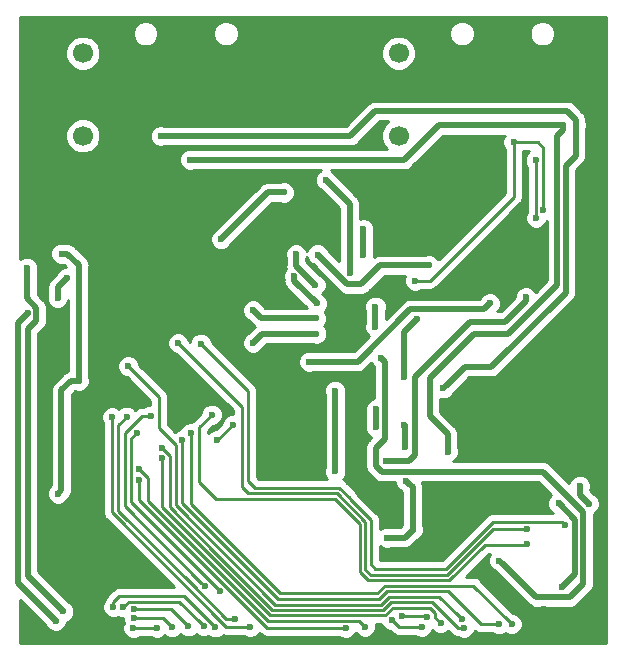
<source format=gbr>
G04 #@! TF.GenerationSoftware,KiCad,Pcbnew,(5.0.2)-1*
G04 #@! TF.CreationDate,2019-03-04T23:38:06+01:00*
G04 #@! TF.ProjectId,GBDSO,47424453-4f2e-46b6-9963-61645f706362,rev?*
G04 #@! TF.SameCoordinates,Original*
G04 #@! TF.FileFunction,Copper,L2,Bot*
G04 #@! TF.FilePolarity,Positive*
%FSLAX46Y46*%
G04 Gerber Fmt 4.6, Leading zero omitted, Abs format (unit mm)*
G04 Created by KiCad (PCBNEW (5.0.2)-1) date 04/03/2019 23:38:06*
%MOMM*%
%LPD*%
G01*
G04 APERTURE LIST*
G04 #@! TA.AperFunction,WasherPad*
%ADD10C,1.700000*%
G04 #@! TD*
G04 #@! TA.AperFunction,ViaPad*
%ADD11C,0.600000*%
G04 #@! TD*
G04 #@! TA.AperFunction,Conductor*
%ADD12C,0.500000*%
G04 #@! TD*
G04 #@! TA.AperFunction,Conductor*
%ADD13C,0.250000*%
G04 #@! TD*
G04 #@! TA.AperFunction,Conductor*
%ADD14C,0.254000*%
G04 #@! TD*
G04 APERTURE END LIST*
D10*
G04 #@! TO.P,J1,*
G04 #@! TO.N,*
X113525000Y-101950000D03*
X113525000Y-94950000D03*
G04 #@! TD*
G04 #@! TO.P,J2,*
G04 #@! TO.N,*
X86800000Y-101950000D03*
X86800000Y-94950000D03*
G04 #@! TD*
D11*
G04 #@! TO.N,Net-(U2-Pad6)*
X101200000Y-116720000D03*
X106540000Y-117405000D03*
G04 #@! TO.N,Net-(U2-Pad7)*
X101210000Y-119480000D03*
X106549998Y-118690000D03*
G04 #@! TO.N,Net-(C3-Pad1)*
X125160000Y-108910000D03*
X125140000Y-104025000D03*
G04 #@! TO.N,Net-(C3-Pad2)*
X123260000Y-102490000D03*
X125785000Y-108210000D03*
X114930000Y-114240000D03*
G04 #@! TO.N,Net-(C6-Pad2)*
X110540000Y-112040000D03*
X110540000Y-109880000D03*
X113980000Y-122350000D03*
X115070004Y-117470000D03*
G04 #@! TO.N,Net-(C7-Pad1)*
X112550000Y-135970000D03*
X114710000Y-135290000D03*
X114050000Y-128290000D03*
X114010000Y-126420000D03*
X114140000Y-131150010D03*
G04 #@! TO.N,Net-(C13-Pad2)*
X107370000Y-105700000D03*
X109380000Y-113590000D03*
G04 #@! TO.N,Net-(C13-Pad1)*
X98490000Y-110700000D03*
X103810000Y-106750000D03*
G04 #@! TO.N,Net-(C15-Pad2)*
X106600002Y-116135000D03*
X104677318Y-113837994D03*
G04 #@! TO.N,Net-(C15-Pad1)*
X104840000Y-111950000D03*
X106492874Y-114587128D03*
G04 #@! TO.N,Net-(C16-Pad1)*
X108170000Y-130370000D03*
X108150000Y-123520000D03*
G04 #@! TO.N,Net-(U4-Pad10)*
X90640000Y-121460000D03*
X118860002Y-142830000D03*
G04 #@! TO.N,Net-(U4-Pad22)*
X94860000Y-119490000D03*
X124410000Y-135280000D03*
G04 #@! TO.N,Net-(U4-Pad23)*
X96780000Y-119540000D03*
X127650000Y-134900000D03*
G04 #@! TO.N,+5V*
X121250001Y-116140001D03*
X105940000Y-121080000D03*
G04 #@! TO.N,GND*
X83400000Y-95500000D03*
X101050000Y-92800000D03*
X110125000Y-95500000D03*
X91500000Y-105900000D03*
X96825000Y-106750000D03*
X107175000Y-108000000D03*
X83500000Y-121650000D03*
X92625000Y-115400000D03*
X106575000Y-119925000D03*
X97950000Y-100275000D03*
X103575000Y-124600000D03*
X119900000Y-125450000D03*
X104450000Y-120050000D03*
X102375000Y-97475000D03*
X129450000Y-95175000D03*
X129000000Y-110175000D03*
X127575000Y-123500000D03*
X119425000Y-134000000D03*
X126300000Y-118600000D03*
X118225000Y-109725000D03*
X117040000Y-98690000D03*
X120130000Y-123820000D03*
X117240000Y-115290000D03*
X130379984Y-142950000D03*
X115129999Y-137180000D03*
X102469991Y-130680009D03*
X130410000Y-135920000D03*
X125809444Y-142054957D03*
X122200000Y-140992500D03*
X120340000Y-128970000D03*
X120320000Y-132060000D03*
X106580000Y-130340000D03*
X122350000Y-110160000D03*
X85060000Y-137450000D03*
G04 #@! TO.N,-5V*
X122410000Y-117710000D03*
X124300000Y-115600000D03*
X106670000Y-112000000D03*
X112480671Y-129489990D03*
X116100000Y-112899999D03*
G04 #@! TO.N,+5VA*
X111570000Y-116410000D03*
X111570000Y-118155000D03*
G04 #@! TO.N,+5VC*
X128870000Y-131579990D03*
X129630000Y-133100000D03*
G04 #@! TO.N,/D1*
X112060000Y-120780000D03*
X122070000Y-137910000D03*
X112930000Y-142940000D03*
X115488255Y-143536773D03*
G04 #@! TO.N,/D2*
X113790000Y-142575000D03*
X115970000Y-142670000D03*
G04 #@! TO.N,/D3*
X117080000Y-143210000D03*
X93483051Y-129246949D03*
G04 #@! TO.N,/D4*
X93483058Y-128363058D03*
X119053549Y-143623283D03*
G04 #@! TO.N,/D5*
X99495000Y-126418058D03*
X95220011Y-127738058D03*
X122020000Y-143310000D03*
X98160000Y-127720000D03*
G04 #@! TO.N,/D6*
X95930000Y-127113058D03*
X123099992Y-143280000D03*
G04 #@! TO.N,/D7*
X97710000Y-125560000D03*
X124430000Y-136550000D03*
G04 #@! TO.N,/~RD*
X86460000Y-122710000D03*
X84990000Y-111920000D03*
X84680000Y-132250000D03*
G04 #@! TO.N,/~WR*
X85140000Y-142210000D03*
X82080000Y-113130000D03*
G04 #@! TO.N,/A13*
X91570000Y-131090000D03*
X109050000Y-143615054D03*
G04 #@! TO.N,/A15*
X84660000Y-115660000D03*
X85455331Y-113954669D03*
G04 #@! TO.N,/ECLK*
X84510000Y-143020000D03*
X82110000Y-116950000D03*
G04 #@! TO.N,/A14*
X91570085Y-130150571D03*
X110680000Y-143520000D03*
G04 #@! TO.N,/A6*
X98020000Y-143560000D03*
X89360000Y-141850000D03*
G04 #@! TO.N,/A5*
X90220011Y-141849747D03*
X97020000Y-143443898D03*
G04 #@! TO.N,/A4*
X95730007Y-143480007D03*
X91110000Y-142005032D03*
G04 #@! TO.N,/A3*
X94350000Y-143550000D03*
X91099551Y-142804976D03*
G04 #@! TO.N,/A2*
X93080002Y-143590000D03*
X91082838Y-143619007D03*
G04 #@! TO.N,/A10*
X92530000Y-125660000D03*
X97110000Y-140080000D03*
G04 #@! TO.N,/A11*
X91350002Y-127090000D03*
X98378051Y-140451949D03*
G04 #@! TO.N,/A9*
X90510000Y-125740000D03*
X99710000Y-142865021D03*
G04 #@! TO.N,/A8*
X89260000Y-125750000D03*
X100969999Y-143509999D03*
G04 #@! TO.N,-2.5V*
X127480000Y-101040000D03*
X117670000Y-128690000D03*
X95890000Y-103970000D03*
G04 #@! TO.N,+2.5V*
X117320000Y-123340000D03*
X93390000Y-101970000D03*
X127070000Y-133080000D03*
X127390000Y-140130000D03*
X128510000Y-101010000D03*
X111609989Y-125070000D03*
X111609989Y-126640000D03*
G04 #@! TD*
D12*
G04 #@! TO.N,Net-(U2-Pad6)*
X106115736Y-117405000D02*
X106540000Y-117405000D01*
X101885000Y-117405000D02*
X106115736Y-117405000D01*
X101200000Y-116720000D02*
X101885000Y-117405000D01*
G04 #@! TO.N,Net-(U2-Pad7)*
X101210000Y-119480000D02*
X102000000Y-118690000D01*
X102000000Y-118690000D02*
X106125734Y-118690000D01*
X106125734Y-118690000D02*
X106549998Y-118690000D01*
D13*
G04 #@! TO.N,Net-(C3-Pad1)*
X125160000Y-108910000D02*
X125160000Y-104045000D01*
X125160000Y-104045000D02*
X125140000Y-104025000D01*
G04 #@! TO.N,Net-(C3-Pad2)*
X123260000Y-102490000D02*
X125290000Y-102490000D01*
X125290000Y-102490000D02*
X125785000Y-102985000D01*
X125785000Y-102985000D02*
X125785000Y-108210000D01*
X123260000Y-102490000D02*
X123260000Y-107130000D01*
X123260000Y-107130000D02*
X116150000Y-114240000D01*
X116150000Y-114240000D02*
X115354264Y-114240000D01*
X115354264Y-114240000D02*
X114930000Y-114240000D01*
D12*
G04 #@! TO.N,Net-(C6-Pad2)*
X110540000Y-112040000D02*
X110540000Y-109880000D01*
X113980000Y-122350000D02*
X113980000Y-118560004D01*
X114770005Y-117769999D02*
X115070004Y-117470000D01*
X113980000Y-118560004D02*
X114770005Y-117769999D01*
G04 #@! TO.N,Net-(C7-Pad1)*
X112550000Y-135970000D02*
X114030000Y-135970000D01*
X114030000Y-135970000D02*
X114710000Y-135290000D01*
X114050000Y-128290000D02*
X114050000Y-126460000D01*
D13*
X114050000Y-126460000D02*
X114010000Y-126420000D01*
D12*
X114710000Y-135290000D02*
X114710000Y-131720010D01*
X114439999Y-131450009D02*
X114140000Y-131150010D01*
X114710000Y-131720010D02*
X114439999Y-131450009D01*
G04 #@! TO.N,Net-(C13-Pad2)*
X107370000Y-105700000D02*
X109380000Y-107710000D01*
X109380000Y-107710000D02*
X109380000Y-113590000D01*
G04 #@! TO.N,Net-(C13-Pad1)*
X98490000Y-110700000D02*
X102440000Y-106750000D01*
X102440000Y-106750000D02*
X103810000Y-106750000D01*
G04 #@! TO.N,Net-(C15-Pad2)*
X106600002Y-116135000D02*
X104677318Y-114212316D01*
X104677318Y-114212316D02*
X104677318Y-113837994D01*
G04 #@! TO.N,Net-(C15-Pad1)*
X106192875Y-114287129D02*
X106492874Y-114587128D01*
X106187129Y-114287129D02*
X106192875Y-114287129D01*
X104840000Y-112940000D02*
X106187129Y-114287129D01*
X104840000Y-111950000D02*
X104840000Y-112940000D01*
G04 #@! TO.N,Net-(C16-Pad1)*
X108170000Y-130370000D02*
X108170000Y-129945736D01*
X108170000Y-129945736D02*
X108170000Y-123540000D01*
D13*
X108170000Y-123540000D02*
X108150000Y-123520000D01*
G04 #@! TO.N,Net-(U4-Pad10)*
X118560003Y-142530001D02*
X118860002Y-142830000D01*
X116990013Y-140960011D02*
X118560003Y-142530001D01*
X112712811Y-140960011D02*
X116990013Y-140960011D01*
X112032811Y-141640011D02*
X112712811Y-140960011D01*
X93240000Y-124060000D02*
X93240000Y-126683049D01*
X90640000Y-121460000D02*
X93240000Y-124060000D01*
X93240000Y-126683049D02*
X94690000Y-128133049D01*
X94690000Y-128133049D02*
X94690000Y-133230000D01*
X94690000Y-133230000D02*
X103100011Y-141640011D01*
X103100011Y-141640011D02*
X112032811Y-141640011D01*
G04 #@! TO.N,Net-(U4-Pad22)*
X121499998Y-135280000D02*
X124410000Y-135280000D01*
X111156410Y-139150000D02*
X117629998Y-139150000D01*
X117629998Y-139150000D02*
X121499998Y-135280000D01*
X110720010Y-138713600D02*
X111156410Y-139150000D01*
X110720010Y-134633600D02*
X110720010Y-138713600D01*
X108296410Y-132210000D02*
X110720010Y-134633600D01*
X95159999Y-119789999D02*
X95159999Y-119799999D01*
X94860000Y-119490000D02*
X95159999Y-119789999D01*
X95159999Y-119799999D02*
X100230000Y-124870000D01*
X100230000Y-124870000D02*
X100230000Y-131650000D01*
X100230000Y-131650000D02*
X100790000Y-132210000D01*
X100790000Y-132210000D02*
X108296410Y-132210000D01*
G04 #@! TO.N,Net-(U4-Pad23)*
X100770000Y-131170000D02*
X101220000Y-131620000D01*
X100770000Y-123550000D02*
X100770000Y-131170000D01*
X97079999Y-119859999D02*
X100770000Y-123550000D01*
X96780000Y-119540000D02*
X97079999Y-119839999D01*
X97079999Y-119839999D02*
X97079999Y-119859999D01*
X127404999Y-134654999D02*
X127650000Y-134900000D01*
X117513588Y-138630000D02*
X121488589Y-134654999D01*
X111560000Y-138630000D02*
X117513588Y-138630000D01*
X111170020Y-138240020D02*
X111560000Y-138630000D01*
X101349990Y-131759990D02*
X108509990Y-131759990D01*
X101170000Y-131580000D02*
X101349990Y-131759990D01*
X108509990Y-131759990D02*
X109400000Y-132650000D01*
X121488589Y-134654999D02*
X127404999Y-134654999D01*
X109400000Y-132650000D02*
X109400000Y-132677180D01*
X109400000Y-132677180D02*
X111170020Y-134447200D01*
X111170020Y-134447200D02*
X111170020Y-138240020D01*
D12*
G04 #@! TO.N,+5V*
X106364264Y-121080000D02*
X105940000Y-121080000D01*
X110080000Y-121080000D02*
X106364264Y-121080000D01*
X114530000Y-116630000D02*
X110080000Y-121080000D01*
X121250001Y-116140001D02*
X120760002Y-116630000D01*
X120760002Y-116630000D02*
X114530000Y-116630000D01*
G04 #@! TO.N,-5V*
X119580000Y-117710000D02*
X114900000Y-122390000D01*
X114900000Y-128990000D02*
X114400010Y-129489990D01*
X112904935Y-129489990D02*
X112480671Y-129489990D01*
X114400010Y-129489990D02*
X112904935Y-129489990D01*
X122410000Y-117710000D02*
X119580000Y-117710000D01*
X114900000Y-122390000D02*
X114900000Y-128990000D01*
X109190000Y-114520000D02*
X110370000Y-114520000D01*
X111990001Y-112899999D02*
X115675736Y-112899999D01*
X115675736Y-112899999D02*
X116100000Y-112899999D01*
X106670000Y-112000000D02*
X109190000Y-114520000D01*
X110370000Y-114520000D02*
X111990001Y-112899999D01*
X124300000Y-115950000D02*
X124300000Y-115600000D01*
X122410000Y-117710000D02*
X122540000Y-117710000D01*
X122540000Y-117710000D02*
X124300000Y-115950000D01*
G04 #@! TO.N,+5VA*
X111570000Y-116410000D02*
X111570000Y-116834264D01*
X111570000Y-116834264D02*
X111570000Y-118155000D01*
G04 #@! TO.N,+5VC*
X129330001Y-132800001D02*
X129630000Y-133100000D01*
X128870000Y-131579990D02*
X128870000Y-132340000D01*
X128870000Y-132340000D02*
X129330001Y-132800001D01*
D13*
G04 #@! TO.N,/D1*
X112930000Y-142940000D02*
X113526773Y-143536773D01*
X115063991Y-143536773D02*
X115488255Y-143536773D01*
X113526773Y-143536773D02*
X115063991Y-143536773D01*
D12*
X129160000Y-139890000D02*
X128030000Y-141020000D01*
X111590000Y-129905002D02*
X112084998Y-130400000D01*
X112359999Y-127610001D02*
X111590000Y-128380000D01*
X111590000Y-128380000D02*
X111590000Y-129905002D01*
X128030000Y-141020000D02*
X125180000Y-141020000D01*
X125180000Y-141020000D02*
X122369999Y-138209999D01*
X129160000Y-133820000D02*
X129160000Y-139890000D01*
X112359999Y-121079999D02*
X112359999Y-127610001D01*
X125740000Y-130400000D02*
X129160000Y-133820000D01*
X112084998Y-130400000D02*
X125740000Y-130400000D01*
X122369999Y-138209999D02*
X122070000Y-137910000D01*
X112060000Y-120780000D02*
X112359999Y-121079999D01*
D13*
G04 #@! TO.N,/D2*
X113790000Y-142575000D02*
X115875000Y-142575000D01*
X115875000Y-142575000D02*
X115970000Y-142670000D01*
G04 #@! TO.N,/D3*
X93483051Y-133383051D02*
X93483051Y-129671213D01*
X93483051Y-129671213D02*
X93483051Y-129246949D01*
X116640000Y-142770000D02*
X116640000Y-142346410D01*
X117080000Y-143210000D02*
X116640000Y-142770000D01*
X116640000Y-142346410D02*
X116213591Y-141920001D01*
X116213591Y-141920001D02*
X113025643Y-141920001D01*
X102640033Y-142540033D02*
X93483051Y-133383051D01*
X113025643Y-141920001D02*
X112405611Y-142540033D01*
X112405611Y-142540033D02*
X102640033Y-142540033D01*
G04 #@! TO.N,/D4*
X118553283Y-143623283D02*
X118629285Y-143623283D01*
X116390000Y-141460000D02*
X118553283Y-143623283D01*
X112849232Y-141460000D02*
X116390000Y-141460000D01*
X112219210Y-142090022D02*
X112849232Y-141460000D01*
X94150000Y-129030000D02*
X94150000Y-133410000D01*
X118629285Y-143623283D02*
X119053549Y-143623283D01*
X93483058Y-128363058D02*
X94150000Y-129030000D01*
X94150000Y-133410000D02*
X98016410Y-137276410D01*
X98016410Y-137276410D02*
X98016410Y-137280000D01*
X98016410Y-137280000D02*
X102826432Y-142090022D01*
X102826432Y-142090022D02*
X112219210Y-142090022D01*
G04 #@! TO.N,/D5*
X99495000Y-126418058D02*
X98193058Y-127720000D01*
X98193058Y-127720000D02*
X98160000Y-127720000D01*
X121595736Y-143310000D02*
X122020000Y-143310000D01*
X112526411Y-140510000D02*
X117695004Y-140510000D01*
X117695004Y-140510000D02*
X120495004Y-143310000D01*
X95220011Y-128162322D02*
X95220000Y-128162333D01*
X95220011Y-127738058D02*
X95220011Y-128162322D01*
X120495004Y-143310000D02*
X121595736Y-143310000D01*
X95220000Y-128162333D02*
X95220000Y-133050000D01*
X95220000Y-133050000D02*
X103360000Y-141190000D01*
X103360000Y-141190000D02*
X111846410Y-141190000D01*
X111846410Y-141190000D02*
X112526411Y-140510000D01*
G04 #@! TO.N,/D6*
X95930000Y-133123590D02*
X103506410Y-140700000D01*
X112340000Y-140050000D02*
X119869992Y-140050000D01*
X119869992Y-140050000D02*
X122799993Y-142980001D01*
X122799993Y-142980001D02*
X123099992Y-143280000D01*
X111690000Y-140700000D02*
X112340000Y-140050000D01*
X103506410Y-140700000D02*
X111690000Y-140700000D01*
X95930000Y-127113058D02*
X95930000Y-133123590D01*
G04 #@! TO.N,/D7*
X96660000Y-126610000D02*
X97710000Y-125560000D01*
X96660000Y-131250000D02*
X96660000Y-126610000D01*
X98110000Y-132700000D02*
X96660000Y-131250000D01*
X108150000Y-132700000D02*
X98110000Y-132700000D01*
X110270000Y-134820000D02*
X108150000Y-132700000D01*
X124390000Y-136590000D02*
X120826408Y-136590000D01*
X124430000Y-136550000D02*
X124390000Y-136590000D01*
X120826408Y-136590000D02*
X117816408Y-139600000D01*
X117816408Y-139600000D02*
X110970000Y-139600000D01*
X110970000Y-139600000D02*
X110270000Y-138900000D01*
X110270000Y-138900000D02*
X110270000Y-134820000D01*
D12*
G04 #@! TO.N,/~RD*
X84979999Y-131950001D02*
X84680000Y-132250000D01*
X84979999Y-123500001D02*
X84979999Y-131950001D01*
X86460000Y-122710000D02*
X85770000Y-122710000D01*
X85770000Y-122710000D02*
X84979999Y-123500001D01*
X85480000Y-111920000D02*
X84990000Y-111920000D01*
X86460000Y-122710000D02*
X86460000Y-112900000D01*
X86460000Y-112900000D02*
X85480000Y-111920000D01*
G04 #@! TO.N,/~WR*
X82080000Y-115720000D02*
X82080000Y-113130000D01*
X85140000Y-142190000D02*
X82130000Y-139180000D01*
X85140000Y-142210000D02*
X85140000Y-142190000D01*
X82130000Y-139180000D02*
X82130000Y-118320000D01*
X82130000Y-118320000D02*
X82860001Y-117589999D01*
X82860001Y-117589999D02*
X82860001Y-116500001D01*
X82860001Y-116500001D02*
X82080000Y-115720000D01*
D13*
G04 #@! TO.N,/A13*
X108625736Y-143615054D02*
X109050000Y-143615054D01*
X102425054Y-143615054D02*
X108625736Y-143615054D01*
X91570000Y-131090000D02*
X91570000Y-132760000D01*
X91570000Y-132760000D02*
X102425054Y-143615054D01*
D12*
G04 #@! TO.N,/A15*
X84660000Y-115660000D02*
X84660000Y-114750000D01*
X84660000Y-114750000D02*
X85455331Y-113954669D01*
G04 #@! TO.N,/ECLK*
X81285010Y-117774990D02*
X82110000Y-116950000D01*
X81285010Y-139785010D02*
X81285010Y-117774990D01*
X84510000Y-143020000D02*
X84510000Y-143010000D01*
X84510000Y-143010000D02*
X81285010Y-139785010D01*
D13*
G04 #@! TO.N,/A14*
X110380001Y-143220001D02*
X110680000Y-143520000D01*
X110150044Y-142990044D02*
X110380001Y-143220001D01*
X92310000Y-130890486D02*
X92310000Y-132860000D01*
X91570085Y-130150571D02*
X92310000Y-130890486D01*
X97646410Y-138196410D02*
X97646410Y-138200000D01*
X97646410Y-138200000D02*
X102436454Y-142990044D01*
X92310000Y-132860000D02*
X97646410Y-138196410D01*
X102436454Y-142990044D02*
X110150044Y-142990044D01*
G04 #@! TO.N,/A6*
X89360000Y-141425736D02*
X89360000Y-141850000D01*
X95390011Y-140930011D02*
X89855725Y-140930011D01*
X98020000Y-143560000D02*
X95390011Y-140930011D01*
X89855725Y-140930011D02*
X89360000Y-141425736D01*
G04 #@! TO.N,/A5*
X90689736Y-141380022D02*
X94956124Y-141380022D01*
X94956124Y-141380022D02*
X96720001Y-143143899D01*
X90220011Y-141849747D02*
X90689736Y-141380022D01*
X96720001Y-143143899D02*
X97020000Y-143443898D01*
G04 #@! TO.N,/A4*
X91534264Y-142005032D02*
X91110000Y-142005032D01*
X94255032Y-142005032D02*
X91534264Y-142005032D01*
X95730007Y-143480007D02*
X94255032Y-142005032D01*
G04 #@! TO.N,/A3*
X91523815Y-142804976D02*
X91099551Y-142804976D01*
X93604976Y-142804976D02*
X91523815Y-142804976D01*
X94350000Y-143550000D02*
X93604976Y-142804976D01*
G04 #@! TO.N,/A2*
X93080002Y-143590000D02*
X91111845Y-143590000D01*
X91111845Y-143590000D02*
X91082838Y-143619007D01*
G04 #@! TO.N,/A10*
X96810001Y-139780001D02*
X97110000Y-140080000D01*
X90360000Y-133330000D02*
X96810001Y-139780001D01*
X90360000Y-127124998D02*
X90360000Y-133330000D01*
X92530000Y-125660000D02*
X91824998Y-125660000D01*
X91824998Y-125660000D02*
X90360000Y-127124998D01*
G04 #@! TO.N,/A11*
X98078052Y-140151950D02*
X98378051Y-140451949D01*
X97036102Y-139110000D02*
X98078052Y-140151950D01*
X97036102Y-139096102D02*
X97036102Y-139110000D01*
X90900000Y-132960000D02*
X97036102Y-139096102D01*
X91350002Y-127090000D02*
X90900000Y-127540002D01*
X90900000Y-127540002D02*
X90900000Y-132960000D01*
G04 #@! TO.N,/A9*
X89800000Y-126450000D02*
X89800000Y-133740000D01*
X90510000Y-125740000D02*
X89800000Y-126450000D01*
X89800000Y-133740000D02*
X96080000Y-140020000D01*
X99285736Y-142865021D02*
X99710000Y-142865021D01*
X96080000Y-140020000D02*
X96085736Y-140020000D01*
X96085736Y-140020000D02*
X98930757Y-142865021D01*
X98930757Y-142865021D02*
X99285736Y-142865021D01*
G04 #@! TO.N,/A8*
X100545735Y-143509999D02*
X100969999Y-143509999D01*
X98930001Y-143509999D02*
X100545735Y-143509999D01*
X89260000Y-125750000D02*
X89260000Y-133839998D01*
X89260000Y-133839998D02*
X98930001Y-143509999D01*
D12*
G04 #@! TO.N,-2.5V*
X117670000Y-127200000D02*
X117670000Y-128690000D01*
X116180000Y-125710000D02*
X117670000Y-127200000D01*
X116180000Y-122460000D02*
X116180000Y-125710000D01*
X127480000Y-101450000D02*
X126960000Y-101970000D01*
X127480000Y-101040000D02*
X127480000Y-101450000D01*
X126960000Y-101970000D02*
X126960000Y-114560000D01*
X126960000Y-114560000D02*
X122820000Y-118700000D01*
X122820000Y-118700000D02*
X119940000Y-118700000D01*
X119940000Y-118700000D02*
X116180000Y-122460000D01*
X127055736Y-101040000D02*
X127480000Y-101040000D01*
X116920000Y-101040000D02*
X127055736Y-101040000D01*
X95890000Y-103970000D02*
X113990000Y-103970000D01*
X113990000Y-103970000D02*
X116920000Y-101040000D01*
G04 #@! TO.N,+2.5V*
X117619999Y-123040001D02*
X117320000Y-123340000D01*
X119150000Y-121510000D02*
X117619999Y-123040001D01*
X121390000Y-121510000D02*
X119150000Y-121510000D01*
X127660000Y-104480000D02*
X127660000Y-115240000D01*
X127660000Y-115240000D02*
X121390000Y-121510000D01*
X93390000Y-101970000D02*
X109440000Y-101970000D01*
X127660010Y-104479990D02*
X128510000Y-103630000D01*
X128510000Y-100585736D02*
X128510000Y-101010000D01*
X128510000Y-103630000D02*
X128510000Y-101434264D01*
X127774265Y-99850001D02*
X128510000Y-100585736D01*
X128510000Y-101434264D02*
X128510000Y-101010000D01*
X111559999Y-99850001D02*
X127774265Y-99850001D01*
X109440000Y-101970000D02*
X111559999Y-99850001D01*
X111609989Y-125070000D02*
X111609989Y-126640000D01*
X128440000Y-134450000D02*
X128440000Y-139080000D01*
X127070000Y-133080000D02*
X128440000Y-134450000D01*
X128440000Y-139080000D02*
X127689999Y-139830001D01*
X127689999Y-139830001D02*
X127390000Y-140130000D01*
G04 #@! TD*
D14*
G04 #@! TO.N,GND*
G36*
X131050001Y-144873000D02*
X81470000Y-144873000D01*
X81470000Y-141221578D01*
X83660274Y-143411853D01*
X83717345Y-143549635D01*
X83980365Y-143812655D01*
X84324017Y-143955000D01*
X84695983Y-143955000D01*
X85039635Y-143812655D01*
X85302655Y-143549635D01*
X85445000Y-143205983D01*
X85445000Y-143095702D01*
X85669635Y-143002655D01*
X85932655Y-142739635D01*
X86075000Y-142395983D01*
X86075000Y-142024017D01*
X85932655Y-141680365D01*
X85669635Y-141417345D01*
X85583066Y-141381487D01*
X83015000Y-138813422D01*
X83015000Y-118686578D01*
X83424157Y-118277422D01*
X83498050Y-118228048D01*
X83613471Y-118055310D01*
X83621663Y-118043049D01*
X83693653Y-117935309D01*
X83745001Y-117677164D01*
X83745001Y-117677160D01*
X83762338Y-117590000D01*
X83745001Y-117502840D01*
X83745001Y-116587162D01*
X83762338Y-116500001D01*
X83745001Y-116412840D01*
X83745001Y-116412836D01*
X83693653Y-116154691D01*
X83668034Y-116116349D01*
X83547425Y-115935846D01*
X83547424Y-115935845D01*
X83498050Y-115861952D01*
X83424157Y-115812578D01*
X83085596Y-115474017D01*
X83725000Y-115474017D01*
X83725000Y-115845983D01*
X83867345Y-116189635D01*
X84130365Y-116452655D01*
X84474017Y-116595000D01*
X84845983Y-116595000D01*
X85189635Y-116452655D01*
X85452655Y-116189635D01*
X85575001Y-115894266D01*
X85575000Y-121846450D01*
X85424690Y-121876348D01*
X85368861Y-121913652D01*
X85205845Y-122022576D01*
X85205844Y-122022577D01*
X85131951Y-122071951D01*
X85082577Y-122145844D01*
X84415846Y-122812576D01*
X84341950Y-122861952D01*
X84146347Y-123154692D01*
X84094999Y-123412837D01*
X84094999Y-123412840D01*
X84077662Y-123500001D01*
X84094999Y-123587162D01*
X84095000Y-131512710D01*
X83887345Y-131720365D01*
X83745000Y-132064017D01*
X83745000Y-132435983D01*
X83887345Y-132779635D01*
X84150365Y-133042655D01*
X84494017Y-133185000D01*
X84865983Y-133185000D01*
X85209635Y-133042655D01*
X85472655Y-132779635D01*
X85522656Y-132658922D01*
X85544152Y-132637426D01*
X85618048Y-132588050D01*
X85813651Y-132295311D01*
X85864999Y-132037166D01*
X85864999Y-132037162D01*
X85882336Y-131950001D01*
X85864999Y-131862840D01*
X85864999Y-125564017D01*
X88325000Y-125564017D01*
X88325000Y-125935983D01*
X88467345Y-126279635D01*
X88500000Y-126312290D01*
X88500001Y-133765146D01*
X88485112Y-133839998D01*
X88500001Y-133914850D01*
X88544097Y-134136535D01*
X88712072Y-134387927D01*
X88775528Y-134430327D01*
X94515211Y-140170011D01*
X89930571Y-140170011D01*
X89855724Y-140155123D01*
X89780877Y-140170011D01*
X89780873Y-140170011D01*
X89559188Y-140214107D01*
X89307796Y-140382082D01*
X89265396Y-140445539D01*
X88875529Y-140835405D01*
X88812071Y-140877807D01*
X88644096Y-141129200D01*
X88615687Y-141272023D01*
X88567345Y-141320365D01*
X88425000Y-141664017D01*
X88425000Y-142035983D01*
X88567345Y-142379635D01*
X88830365Y-142642655D01*
X89174017Y-142785000D01*
X89545983Y-142785000D01*
X89790311Y-142683796D01*
X90034028Y-142784747D01*
X90164551Y-142784747D01*
X90164551Y-142990959D01*
X90247749Y-143191817D01*
X90147838Y-143433024D01*
X90147838Y-143804990D01*
X90290183Y-144148642D01*
X90553203Y-144411662D01*
X90896855Y-144554007D01*
X91268821Y-144554007D01*
X91612473Y-144411662D01*
X91674135Y-144350000D01*
X92517712Y-144350000D01*
X92550367Y-144382655D01*
X92894019Y-144525000D01*
X93265985Y-144525000D01*
X93609637Y-144382655D01*
X93735001Y-144257291D01*
X93820365Y-144342655D01*
X94164017Y-144485000D01*
X94535983Y-144485000D01*
X94879635Y-144342655D01*
X95075000Y-144147290D01*
X95200372Y-144272662D01*
X95544024Y-144415007D01*
X95915990Y-144415007D01*
X96259642Y-144272662D01*
X96393058Y-144139246D01*
X96490365Y-144236553D01*
X96834017Y-144378898D01*
X97205983Y-144378898D01*
X97425628Y-144287918D01*
X97490365Y-144352655D01*
X97834017Y-144495000D01*
X98205983Y-144495000D01*
X98549635Y-144352655D01*
X98669266Y-144233024D01*
X98855149Y-144269999D01*
X98855153Y-144269999D01*
X98930001Y-144284887D01*
X99004849Y-144269999D01*
X100407709Y-144269999D01*
X100440364Y-144302654D01*
X100784016Y-144444999D01*
X101155982Y-144444999D01*
X101499634Y-144302654D01*
X101762654Y-144039634D01*
X101766221Y-144031023D01*
X101834725Y-144099527D01*
X101877125Y-144162983D01*
X102128517Y-144330958D01*
X102350202Y-144375054D01*
X102350206Y-144375054D01*
X102425054Y-144389942D01*
X102499902Y-144375054D01*
X108487710Y-144375054D01*
X108520365Y-144407709D01*
X108864017Y-144550054D01*
X109235983Y-144550054D01*
X109579635Y-144407709D01*
X109842655Y-144144689D01*
X109884686Y-144043216D01*
X109887345Y-144049635D01*
X110150365Y-144312655D01*
X110494017Y-144455000D01*
X110865983Y-144455000D01*
X111209635Y-144312655D01*
X111472655Y-144049635D01*
X111615000Y-143705983D01*
X111615000Y-143334017D01*
X111600923Y-143300033D01*
X112067094Y-143300033D01*
X112137345Y-143469635D01*
X112400365Y-143732655D01*
X112744017Y-143875000D01*
X112790198Y-143875000D01*
X112936445Y-144021248D01*
X112978844Y-144084702D01*
X113042297Y-144127100D01*
X113042299Y-144127102D01*
X113108315Y-144171212D01*
X113230236Y-144252677D01*
X113451921Y-144296773D01*
X113451925Y-144296773D01*
X113526772Y-144311661D01*
X113601619Y-144296773D01*
X114925965Y-144296773D01*
X114958620Y-144329428D01*
X115302272Y-144471773D01*
X115674238Y-144471773D01*
X116017890Y-144329428D01*
X116280910Y-144066408D01*
X116378504Y-143830794D01*
X116550365Y-144002655D01*
X116894017Y-144145000D01*
X117265983Y-144145000D01*
X117609635Y-144002655D01*
X117733744Y-143878546D01*
X117962954Y-144107756D01*
X118005354Y-144171212D01*
X118256746Y-144339187D01*
X118478431Y-144383283D01*
X118478435Y-144383283D01*
X118494443Y-144386467D01*
X118523914Y-144415938D01*
X118867566Y-144558283D01*
X119239532Y-144558283D01*
X119583184Y-144415938D01*
X119846204Y-144152918D01*
X119963771Y-143869085D01*
X120198467Y-144025904D01*
X120420152Y-144070000D01*
X120420157Y-144070000D01*
X120495004Y-144084888D01*
X120569851Y-144070000D01*
X121457710Y-144070000D01*
X121490365Y-144102655D01*
X121834017Y-144245000D01*
X122205983Y-144245000D01*
X122549635Y-144102655D01*
X122576918Y-144075372D01*
X122914009Y-144215000D01*
X123285975Y-144215000D01*
X123629627Y-144072655D01*
X123892647Y-143809635D01*
X124034992Y-143465983D01*
X124034992Y-143094017D01*
X123892647Y-142750365D01*
X123629627Y-142487345D01*
X123285975Y-142345000D01*
X123239794Y-142345000D01*
X120460323Y-139565530D01*
X120417921Y-139502071D01*
X120166529Y-139334096D01*
X119944844Y-139290000D01*
X119944839Y-139290000D01*
X119869992Y-139275112D01*
X119795145Y-139290000D01*
X119201209Y-139290000D01*
X121141210Y-137350000D01*
X121307710Y-137350000D01*
X121277345Y-137380365D01*
X121135000Y-137724017D01*
X121135000Y-138095983D01*
X121277345Y-138439635D01*
X121540365Y-138702655D01*
X121661078Y-138752656D01*
X121682575Y-138774153D01*
X124492577Y-141584156D01*
X124541951Y-141658049D01*
X124615844Y-141707423D01*
X124615845Y-141707424D01*
X124782903Y-141819049D01*
X124834690Y-141853652D01*
X125092835Y-141905000D01*
X125092839Y-141905000D01*
X125180000Y-141922337D01*
X125267161Y-141905000D01*
X127942839Y-141905000D01*
X128030000Y-141922337D01*
X128117161Y-141905000D01*
X128117165Y-141905000D01*
X128375310Y-141853652D01*
X128668049Y-141658049D01*
X128717425Y-141584153D01*
X129724156Y-140577423D01*
X129798049Y-140528049D01*
X129868202Y-140423059D01*
X129931765Y-140327930D01*
X129993652Y-140235310D01*
X130045000Y-139977165D01*
X130045000Y-139977161D01*
X130062337Y-139890001D01*
X130045000Y-139802841D01*
X130045000Y-133940138D01*
X130159635Y-133892655D01*
X130422655Y-133629635D01*
X130565000Y-133285983D01*
X130565000Y-132914017D01*
X130422655Y-132570365D01*
X130159635Y-132307345D01*
X130038922Y-132257344D01*
X129755000Y-131973422D01*
X129755000Y-131886684D01*
X129805000Y-131765973D01*
X129805000Y-131394007D01*
X129662655Y-131050355D01*
X129399635Y-130787335D01*
X129055983Y-130644990D01*
X128684017Y-130644990D01*
X128340365Y-130787335D01*
X128077345Y-131050355D01*
X127949816Y-131358238D01*
X126427424Y-129835846D01*
X126378049Y-129761951D01*
X126085310Y-129566348D01*
X125827165Y-129515000D01*
X125827161Y-129515000D01*
X125740000Y-129497663D01*
X125652839Y-129515000D01*
X118121547Y-129515000D01*
X118199635Y-129482655D01*
X118462655Y-129219635D01*
X118605000Y-128875983D01*
X118605000Y-128504017D01*
X118555000Y-128383306D01*
X118555000Y-127287159D01*
X118572337Y-127199999D01*
X118555000Y-127112839D01*
X118555000Y-127112835D01*
X118503652Y-126854690D01*
X118388965Y-126683049D01*
X118357424Y-126635845D01*
X118357423Y-126635844D01*
X118308049Y-126561951D01*
X118234156Y-126512577D01*
X117065000Y-125343422D01*
X117065000Y-124246412D01*
X117134017Y-124275000D01*
X117505983Y-124275000D01*
X117849635Y-124132655D01*
X118112655Y-123869635D01*
X118162656Y-123748922D01*
X118307423Y-123604155D01*
X119516579Y-122395000D01*
X121302839Y-122395000D01*
X121390000Y-122412337D01*
X121477161Y-122395000D01*
X121477165Y-122395000D01*
X121735310Y-122343652D01*
X122028049Y-122148049D01*
X122077425Y-122074153D01*
X128224156Y-115927423D01*
X128298049Y-115878049D01*
X128352640Y-115796349D01*
X128398534Y-115727663D01*
X128493652Y-115585310D01*
X128545000Y-115327165D01*
X128545000Y-115327160D01*
X128562337Y-115240001D01*
X128545000Y-115152841D01*
X128545000Y-104846578D01*
X129074156Y-104317423D01*
X129148049Y-104268049D01*
X129237157Y-104134691D01*
X129343651Y-103975311D01*
X129343652Y-103975310D01*
X129395000Y-103717165D01*
X129395000Y-103717161D01*
X129412337Y-103630001D01*
X129395000Y-103542841D01*
X129395000Y-101316694D01*
X129445000Y-101195983D01*
X129445000Y-100824017D01*
X129395000Y-100703306D01*
X129395000Y-100672895D01*
X129412337Y-100585735D01*
X129395000Y-100498575D01*
X129395000Y-100498571D01*
X129343652Y-100240426D01*
X129271615Y-100132616D01*
X129197424Y-100021581D01*
X129197423Y-100021580D01*
X129148049Y-99947687D01*
X129074156Y-99898313D01*
X128461690Y-99285848D01*
X128412314Y-99211952D01*
X128119575Y-99016349D01*
X127861430Y-98965001D01*
X127861426Y-98965001D01*
X127774265Y-98947664D01*
X127687104Y-98965001D01*
X111647158Y-98965001D01*
X111559998Y-98947664D01*
X111472838Y-98965001D01*
X111472834Y-98965001D01*
X111214689Y-99016349D01*
X111214687Y-99016350D01*
X111214688Y-99016350D01*
X110995844Y-99162577D01*
X110995843Y-99162578D01*
X110921950Y-99211952D01*
X110872576Y-99285845D01*
X109073422Y-101085000D01*
X93696694Y-101085000D01*
X93575983Y-101035000D01*
X93204017Y-101035000D01*
X92860365Y-101177345D01*
X92597345Y-101440365D01*
X92455000Y-101784017D01*
X92455000Y-102155983D01*
X92597345Y-102499635D01*
X92860365Y-102762655D01*
X93204017Y-102905000D01*
X93575983Y-102905000D01*
X93696694Y-102855000D01*
X109352839Y-102855000D01*
X109440000Y-102872337D01*
X109527161Y-102855000D01*
X109527165Y-102855000D01*
X109785310Y-102803652D01*
X110078049Y-102608049D01*
X110127425Y-102534153D01*
X111926578Y-100735001D01*
X112639892Y-100735001D01*
X112266078Y-101108815D01*
X112040000Y-101654615D01*
X112040000Y-102245385D01*
X112266078Y-102791185D01*
X112559893Y-103085000D01*
X96196694Y-103085000D01*
X96075983Y-103035000D01*
X95704017Y-103035000D01*
X95360365Y-103177345D01*
X95097345Y-103440365D01*
X94955000Y-103784017D01*
X94955000Y-104155983D01*
X95097345Y-104499635D01*
X95360365Y-104762655D01*
X95704017Y-104905000D01*
X96075983Y-104905000D01*
X96196694Y-104855000D01*
X106966737Y-104855000D01*
X106840365Y-104907345D01*
X106577345Y-105170365D01*
X106435000Y-105514017D01*
X106435000Y-105885983D01*
X106577345Y-106229635D01*
X106840365Y-106492655D01*
X106961078Y-106542656D01*
X108495000Y-108076579D01*
X108495001Y-112573422D01*
X107512656Y-111591078D01*
X107462655Y-111470365D01*
X107199635Y-111207345D01*
X106855983Y-111065000D01*
X106484017Y-111065000D01*
X106140365Y-111207345D01*
X105877345Y-111470365D01*
X105765355Y-111740733D01*
X105632655Y-111420365D01*
X105369635Y-111157345D01*
X105025983Y-111015000D01*
X104654017Y-111015000D01*
X104310365Y-111157345D01*
X104047345Y-111420365D01*
X103905000Y-111764017D01*
X103905000Y-112135983D01*
X103955000Y-112256695D01*
X103955001Y-112852835D01*
X103937663Y-112940000D01*
X103989984Y-113203038D01*
X103884663Y-113308359D01*
X103742318Y-113652011D01*
X103742318Y-114023977D01*
X103789693Y-114138351D01*
X103774981Y-114212316D01*
X103792318Y-114299477D01*
X103792318Y-114299480D01*
X103843666Y-114557625D01*
X104039269Y-114850365D01*
X104113165Y-114899741D01*
X105733423Y-116520000D01*
X102251579Y-116520000D01*
X102042655Y-116311077D01*
X101992655Y-116190365D01*
X101729635Y-115927345D01*
X101385983Y-115785000D01*
X101014017Y-115785000D01*
X100670365Y-115927345D01*
X100407345Y-116190365D01*
X100265000Y-116534017D01*
X100265000Y-116905983D01*
X100407345Y-117249635D01*
X100670365Y-117512655D01*
X100791077Y-117562655D01*
X101197577Y-117969156D01*
X101246951Y-118043049D01*
X101320844Y-118092423D01*
X101320845Y-118092424D01*
X101330567Y-118098920D01*
X101312577Y-118125844D01*
X100801077Y-118637344D01*
X100680365Y-118687345D01*
X100417345Y-118950365D01*
X100275000Y-119294017D01*
X100275000Y-119665983D01*
X100417345Y-120009635D01*
X100680365Y-120272655D01*
X101024017Y-120415000D01*
X101395983Y-120415000D01*
X101739635Y-120272655D01*
X102002655Y-120009635D01*
X102052656Y-119888923D01*
X102366579Y-119575000D01*
X106243304Y-119575000D01*
X106364015Y-119625000D01*
X106735981Y-119625000D01*
X107079633Y-119482655D01*
X107342653Y-119219635D01*
X107484998Y-118875983D01*
X107484998Y-118504017D01*
X107342653Y-118160365D01*
X107224789Y-118042501D01*
X107332655Y-117934635D01*
X107475000Y-117590983D01*
X107475000Y-117219017D01*
X107332655Y-116875365D01*
X107257291Y-116800001D01*
X107392657Y-116664635D01*
X107535002Y-116320983D01*
X107535002Y-115949017D01*
X107392657Y-115605365D01*
X107129637Y-115342345D01*
X107080359Y-115321933D01*
X107285529Y-115116763D01*
X107427874Y-114773111D01*
X107427874Y-114401145D01*
X107285529Y-114057493D01*
X107022509Y-113794473D01*
X106901796Y-113744472D01*
X106880300Y-113722976D01*
X106830924Y-113649080D01*
X106739714Y-113588135D01*
X105725000Y-112573422D01*
X105725000Y-112256694D01*
X105744645Y-112209267D01*
X105877345Y-112529635D01*
X106140365Y-112792655D01*
X106261078Y-112842656D01*
X108502577Y-115084156D01*
X108551951Y-115158049D01*
X108625844Y-115207423D01*
X108625845Y-115207424D01*
X108674600Y-115240001D01*
X108844690Y-115353652D01*
X109102835Y-115405000D01*
X109102839Y-115405000D01*
X109189999Y-115422337D01*
X109277159Y-115405000D01*
X110282839Y-115405000D01*
X110370000Y-115422337D01*
X110457161Y-115405000D01*
X110457165Y-115405000D01*
X110715310Y-115353652D01*
X111008049Y-115158049D01*
X111057425Y-115084153D01*
X112356580Y-113784999D01*
X114106431Y-113784999D01*
X113995000Y-114054017D01*
X113995000Y-114425983D01*
X114137345Y-114769635D01*
X114400365Y-115032655D01*
X114744017Y-115175000D01*
X115115983Y-115175000D01*
X115459635Y-115032655D01*
X115492290Y-115000000D01*
X116075153Y-115000000D01*
X116150000Y-115014888D01*
X116224847Y-115000000D01*
X116224852Y-115000000D01*
X116446537Y-114955904D01*
X116697929Y-114787929D01*
X116740331Y-114724470D01*
X123744476Y-107720327D01*
X123807929Y-107677929D01*
X123850327Y-107614476D01*
X123850329Y-107614474D01*
X123975903Y-107426538D01*
X123975904Y-107426537D01*
X124020000Y-107204852D01*
X124020000Y-107204848D01*
X124034888Y-107130001D01*
X124020000Y-107055154D01*
X124020000Y-103250000D01*
X124592710Y-103250000D01*
X124347345Y-103495365D01*
X124205000Y-103839017D01*
X124205000Y-104210983D01*
X124347345Y-104554635D01*
X124400001Y-104607291D01*
X124400000Y-108347710D01*
X124367345Y-108380365D01*
X124225000Y-108724017D01*
X124225000Y-109095983D01*
X124367345Y-109439635D01*
X124630365Y-109702655D01*
X124974017Y-109845000D01*
X125345983Y-109845000D01*
X125689635Y-109702655D01*
X125952655Y-109439635D01*
X126075001Y-109144266D01*
X126075001Y-114193420D01*
X125123526Y-115144895D01*
X125092655Y-115070365D01*
X124829635Y-114807345D01*
X124485983Y-114665000D01*
X124114017Y-114665000D01*
X123770365Y-114807345D01*
X123507345Y-115070365D01*
X123365000Y-115414017D01*
X123365000Y-115633421D01*
X122223001Y-116775421D01*
X122103306Y-116825000D01*
X121887292Y-116825000D01*
X122042656Y-116669636D01*
X122185001Y-116325984D01*
X122185001Y-115954018D01*
X122042656Y-115610366D01*
X121779636Y-115347346D01*
X121435984Y-115205001D01*
X121064018Y-115205001D01*
X120720366Y-115347346D01*
X120457346Y-115610366D01*
X120407345Y-115731079D01*
X120393424Y-115745000D01*
X114617159Y-115745000D01*
X114529999Y-115727663D01*
X114442839Y-115745000D01*
X114442835Y-115745000D01*
X114184690Y-115796348D01*
X114086507Y-115861952D01*
X113965845Y-115942576D01*
X113965844Y-115942577D01*
X113891951Y-115991951D01*
X113842577Y-116065844D01*
X112455000Y-117453421D01*
X112455000Y-116716694D01*
X112505000Y-116595983D01*
X112505000Y-116224017D01*
X112362655Y-115880365D01*
X112099635Y-115617345D01*
X111755983Y-115475000D01*
X111384017Y-115475000D01*
X111040365Y-115617345D01*
X110777345Y-115880365D01*
X110635000Y-116224017D01*
X110635000Y-116595983D01*
X110685000Y-116716694D01*
X110685000Y-116747100D01*
X110685001Y-117848304D01*
X110635000Y-117969017D01*
X110635000Y-118340983D01*
X110777345Y-118684635D01*
X111000566Y-118907856D01*
X109713422Y-120195000D01*
X106246694Y-120195000D01*
X106125983Y-120145000D01*
X105754017Y-120145000D01*
X105410365Y-120287345D01*
X105147345Y-120550365D01*
X105005000Y-120894017D01*
X105005000Y-121265983D01*
X105147345Y-121609635D01*
X105410365Y-121872655D01*
X105754017Y-122015000D01*
X106125983Y-122015000D01*
X106246694Y-121965000D01*
X109992839Y-121965000D01*
X110080000Y-121982337D01*
X110167161Y-121965000D01*
X110167165Y-121965000D01*
X110425310Y-121913652D01*
X110718049Y-121718049D01*
X110767425Y-121644153D01*
X111218900Y-121192678D01*
X111267345Y-121309635D01*
X111474999Y-121517289D01*
X111474999Y-124135000D01*
X111424006Y-124135000D01*
X111080354Y-124277345D01*
X110817334Y-124540365D01*
X110674989Y-124884017D01*
X110674989Y-125255983D01*
X110724989Y-125376694D01*
X110724990Y-126333304D01*
X110674989Y-126454017D01*
X110674989Y-126825983D01*
X110817334Y-127169635D01*
X111080354Y-127432655D01*
X111225603Y-127492819D01*
X111025847Y-127692575D01*
X110951951Y-127741951D01*
X110756348Y-128034691D01*
X110705000Y-128292836D01*
X110705000Y-128292839D01*
X110687663Y-128380000D01*
X110705000Y-128467161D01*
X110705001Y-129817837D01*
X110687663Y-129905002D01*
X110756348Y-130250311D01*
X110902576Y-130469156D01*
X110902578Y-130469158D01*
X110951952Y-130543051D01*
X111025845Y-130592425D01*
X111397573Y-130964153D01*
X111446949Y-131038049D01*
X111739688Y-131233652D01*
X111997833Y-131285000D01*
X111997837Y-131285000D01*
X112084998Y-131302337D01*
X112172159Y-131285000D01*
X113205000Y-131285000D01*
X113205000Y-131335993D01*
X113347345Y-131679645D01*
X113610365Y-131942665D01*
X113731078Y-131992666D01*
X113825001Y-132086589D01*
X113825000Y-134923421D01*
X113663422Y-135085000D01*
X112856694Y-135085000D01*
X112735983Y-135035000D01*
X112364017Y-135035000D01*
X112020365Y-135177345D01*
X111930020Y-135267690D01*
X111930020Y-134522046D01*
X111944908Y-134447199D01*
X111930020Y-134372352D01*
X111930020Y-134372348D01*
X111885924Y-134150663D01*
X111815926Y-134045904D01*
X111760349Y-133962726D01*
X111760347Y-133962724D01*
X111717949Y-133899271D01*
X111654496Y-133856873D01*
X110045062Y-132247441D01*
X109947929Y-132102071D01*
X109884473Y-132059671D01*
X109100321Y-131275520D01*
X109057919Y-131212061D01*
X108813527Y-131048763D01*
X108962655Y-130899635D01*
X109105000Y-130555983D01*
X109105000Y-130184017D01*
X109055000Y-130063306D01*
X109055000Y-123778410D01*
X109085000Y-123705983D01*
X109085000Y-123334017D01*
X108942655Y-122990365D01*
X108679635Y-122727345D01*
X108335983Y-122585000D01*
X107964017Y-122585000D01*
X107620365Y-122727345D01*
X107357345Y-122990365D01*
X107215000Y-123334017D01*
X107215000Y-123705983D01*
X107285001Y-123874981D01*
X107285000Y-129858571D01*
X107285000Y-130063306D01*
X107235000Y-130184017D01*
X107235000Y-130555983D01*
X107377345Y-130899635D01*
X107477700Y-130999990D01*
X101674791Y-130999990D01*
X101530000Y-130855199D01*
X101530000Y-123624846D01*
X101544888Y-123549999D01*
X101530000Y-123475152D01*
X101530000Y-123475148D01*
X101485904Y-123253463D01*
X101415051Y-123147424D01*
X101360329Y-123065526D01*
X101360327Y-123065524D01*
X101317929Y-123002071D01*
X101254476Y-122959673D01*
X97715000Y-119420199D01*
X97715000Y-119354017D01*
X97572655Y-119010365D01*
X97309635Y-118747345D01*
X96965983Y-118605000D01*
X96594017Y-118605000D01*
X96250365Y-118747345D01*
X95987345Y-119010365D01*
X95845000Y-119354017D01*
X95845000Y-119410199D01*
X95795000Y-119360199D01*
X95795000Y-119304017D01*
X95652655Y-118960365D01*
X95389635Y-118697345D01*
X95045983Y-118555000D01*
X94674017Y-118555000D01*
X94330365Y-118697345D01*
X94067345Y-118960365D01*
X93925000Y-119304017D01*
X93925000Y-119675983D01*
X94067345Y-120019635D01*
X94330365Y-120282655D01*
X94674017Y-120425000D01*
X94710199Y-120425000D01*
X99470000Y-125184802D01*
X99470000Y-125483058D01*
X99309017Y-125483058D01*
X98965365Y-125625403D01*
X98702345Y-125888423D01*
X98560000Y-126232075D01*
X98560000Y-126278256D01*
X98053257Y-126785000D01*
X97974017Y-126785000D01*
X97630365Y-126927345D01*
X97420000Y-127137710D01*
X97420000Y-126924801D01*
X97849802Y-126495000D01*
X97895983Y-126495000D01*
X98239635Y-126352655D01*
X98502655Y-126089635D01*
X98645000Y-125745983D01*
X98645000Y-125374017D01*
X98502655Y-125030365D01*
X98239635Y-124767345D01*
X97895983Y-124625000D01*
X97524017Y-124625000D01*
X97180365Y-124767345D01*
X96917345Y-125030365D01*
X96775000Y-125374017D01*
X96775000Y-125420198D01*
X96175528Y-126019671D01*
X96112072Y-126062071D01*
X96069672Y-126125527D01*
X96069671Y-126125528D01*
X96034572Y-126178058D01*
X95744017Y-126178058D01*
X95400365Y-126320403D01*
X95137345Y-126583423D01*
X95046369Y-126803058D01*
X95034028Y-126803058D01*
X94690376Y-126945403D01*
X94633766Y-127002013D01*
X94000000Y-126368248D01*
X94000000Y-124134846D01*
X94014888Y-124059999D01*
X94000000Y-123985152D01*
X94000000Y-123985148D01*
X93955904Y-123763463D01*
X93787929Y-123512071D01*
X93724473Y-123469671D01*
X91575000Y-121320199D01*
X91575000Y-121274017D01*
X91432655Y-120930365D01*
X91169635Y-120667345D01*
X90825983Y-120525000D01*
X90454017Y-120525000D01*
X90110365Y-120667345D01*
X89847345Y-120930365D01*
X89705000Y-121274017D01*
X89705000Y-121645983D01*
X89847345Y-121989635D01*
X90110365Y-122252655D01*
X90454017Y-122395000D01*
X90500199Y-122395000D01*
X92480000Y-124374802D01*
X92480000Y-124725000D01*
X92344017Y-124725000D01*
X92000365Y-124867345D01*
X91967710Y-124900000D01*
X91899844Y-124900000D01*
X91824997Y-124885112D01*
X91750150Y-124900000D01*
X91750146Y-124900000D01*
X91528461Y-124944096D01*
X91277069Y-125112071D01*
X91247946Y-125155656D01*
X91039635Y-124947345D01*
X90695983Y-124805000D01*
X90324017Y-124805000D01*
X89980365Y-124947345D01*
X89880000Y-125047710D01*
X89789635Y-124957345D01*
X89445983Y-124815000D01*
X89074017Y-124815000D01*
X88730365Y-124957345D01*
X88467345Y-125220365D01*
X88325000Y-125564017D01*
X85864999Y-125564017D01*
X85864999Y-123866579D01*
X86136579Y-123595000D01*
X86153306Y-123595000D01*
X86274017Y-123645000D01*
X86645983Y-123645000D01*
X86989635Y-123502655D01*
X87252655Y-123239635D01*
X87395000Y-122895983D01*
X87395000Y-122524017D01*
X87345000Y-122403306D01*
X87345000Y-112987159D01*
X87362337Y-112899999D01*
X87345000Y-112812839D01*
X87345000Y-112812835D01*
X87293652Y-112554690D01*
X87170489Y-112370364D01*
X87147424Y-112335845D01*
X87147423Y-112335844D01*
X87098049Y-112261951D01*
X87024156Y-112212577D01*
X86167425Y-111355847D01*
X86118049Y-111281951D01*
X85825310Y-111086348D01*
X85567165Y-111035000D01*
X85567161Y-111035000D01*
X85480000Y-111017663D01*
X85392839Y-111035000D01*
X85296694Y-111035000D01*
X85175983Y-110985000D01*
X84804017Y-110985000D01*
X84460365Y-111127345D01*
X84197345Y-111390365D01*
X84055000Y-111734017D01*
X84055000Y-112105983D01*
X84197345Y-112449635D01*
X84460365Y-112712655D01*
X84804017Y-112855000D01*
X85163422Y-112855000D01*
X85328091Y-113019669D01*
X85269348Y-113019669D01*
X84925696Y-113162014D01*
X84662676Y-113425034D01*
X84612676Y-113545746D01*
X84095845Y-114062577D01*
X84021952Y-114111951D01*
X83972578Y-114185844D01*
X83972576Y-114185846D01*
X83826348Y-114404691D01*
X83757663Y-114750000D01*
X83775001Y-114837165D01*
X83775000Y-115353305D01*
X83725000Y-115474017D01*
X83085596Y-115474017D01*
X82965000Y-115353422D01*
X82965000Y-113436694D01*
X83015000Y-113315983D01*
X83015000Y-112944017D01*
X82872655Y-112600365D01*
X82609635Y-112337345D01*
X82265983Y-112195000D01*
X81894017Y-112195000D01*
X81550365Y-112337345D01*
X81470000Y-112417710D01*
X81470000Y-110514017D01*
X97555000Y-110514017D01*
X97555000Y-110885983D01*
X97697345Y-111229635D01*
X97960365Y-111492655D01*
X98304017Y-111635000D01*
X98675983Y-111635000D01*
X99019635Y-111492655D01*
X99282655Y-111229635D01*
X99332656Y-111108922D01*
X102806579Y-107635000D01*
X103503306Y-107635000D01*
X103624017Y-107685000D01*
X103995983Y-107685000D01*
X104339635Y-107542655D01*
X104602655Y-107279635D01*
X104745000Y-106935983D01*
X104745000Y-106564017D01*
X104602655Y-106220365D01*
X104339635Y-105957345D01*
X103995983Y-105815000D01*
X103624017Y-105815000D01*
X103503306Y-105865000D01*
X102527161Y-105865000D01*
X102440000Y-105847663D01*
X102352839Y-105865000D01*
X102352835Y-105865000D01*
X102094690Y-105916348D01*
X101875845Y-106062576D01*
X101875844Y-106062577D01*
X101801951Y-106111951D01*
X101752577Y-106185844D01*
X98081078Y-109857344D01*
X97960365Y-109907345D01*
X97697345Y-110170365D01*
X97555000Y-110514017D01*
X81470000Y-110514017D01*
X81470000Y-101654615D01*
X85315000Y-101654615D01*
X85315000Y-102245385D01*
X85541078Y-102791185D01*
X85958815Y-103208922D01*
X86504615Y-103435000D01*
X87095385Y-103435000D01*
X87641185Y-103208922D01*
X88058922Y-102791185D01*
X88285000Y-102245385D01*
X88285000Y-101654615D01*
X88058922Y-101108815D01*
X87641185Y-100691078D01*
X87095385Y-100465000D01*
X86504615Y-100465000D01*
X85958815Y-100691078D01*
X85541078Y-101108815D01*
X85315000Y-101654615D01*
X81470000Y-101654615D01*
X81470000Y-94654615D01*
X85315000Y-94654615D01*
X85315000Y-95245385D01*
X85541078Y-95791185D01*
X85958815Y-96208922D01*
X86504615Y-96435000D01*
X87095385Y-96435000D01*
X87641185Y-96208922D01*
X88058922Y-95791185D01*
X88285000Y-95245385D01*
X88285000Y-94654615D01*
X112040000Y-94654615D01*
X112040000Y-95245385D01*
X112266078Y-95791185D01*
X112683815Y-96208922D01*
X113229615Y-96435000D01*
X113820385Y-96435000D01*
X114366185Y-96208922D01*
X114783922Y-95791185D01*
X115010000Y-95245385D01*
X115010000Y-94654615D01*
X114783922Y-94108815D01*
X114366185Y-93691078D01*
X113820385Y-93465000D01*
X113229615Y-93465000D01*
X112683815Y-93691078D01*
X112266078Y-94108815D01*
X112040000Y-94654615D01*
X88285000Y-94654615D01*
X88058922Y-94108815D01*
X87641185Y-93691078D01*
X87095385Y-93465000D01*
X86504615Y-93465000D01*
X85958815Y-93691078D01*
X85541078Y-94108815D01*
X85315000Y-94654615D01*
X81470000Y-94654615D01*
X81470000Y-93084180D01*
X91015000Y-93084180D01*
X91015000Y-93515820D01*
X91180182Y-93914603D01*
X91485397Y-94219818D01*
X91884180Y-94385000D01*
X92315820Y-94385000D01*
X92714603Y-94219818D01*
X93019818Y-93914603D01*
X93185000Y-93515820D01*
X93185000Y-93084180D01*
X97815000Y-93084180D01*
X97815000Y-93515820D01*
X97980182Y-93914603D01*
X98285397Y-94219818D01*
X98684180Y-94385000D01*
X99115820Y-94385000D01*
X99514603Y-94219818D01*
X99819818Y-93914603D01*
X99985000Y-93515820D01*
X99985000Y-93084180D01*
X117815000Y-93084180D01*
X117815000Y-93515820D01*
X117980182Y-93914603D01*
X118285397Y-94219818D01*
X118684180Y-94385000D01*
X119115820Y-94385000D01*
X119514603Y-94219818D01*
X119819818Y-93914603D01*
X119985000Y-93515820D01*
X119985000Y-93084180D01*
X124615000Y-93084180D01*
X124615000Y-93515820D01*
X124780182Y-93914603D01*
X125085397Y-94219818D01*
X125484180Y-94385000D01*
X125915820Y-94385000D01*
X126314603Y-94219818D01*
X126619818Y-93914603D01*
X126785000Y-93515820D01*
X126785000Y-93084180D01*
X126619818Y-92685397D01*
X126314603Y-92380182D01*
X125915820Y-92215000D01*
X125484180Y-92215000D01*
X125085397Y-92380182D01*
X124780182Y-92685397D01*
X124615000Y-93084180D01*
X119985000Y-93084180D01*
X119819818Y-92685397D01*
X119514603Y-92380182D01*
X119115820Y-92215000D01*
X118684180Y-92215000D01*
X118285397Y-92380182D01*
X117980182Y-92685397D01*
X117815000Y-93084180D01*
X99985000Y-93084180D01*
X99819818Y-92685397D01*
X99514603Y-92380182D01*
X99115820Y-92215000D01*
X98684180Y-92215000D01*
X98285397Y-92380182D01*
X97980182Y-92685397D01*
X97815000Y-93084180D01*
X93185000Y-93084180D01*
X93019818Y-92685397D01*
X92714603Y-92380182D01*
X92315820Y-92215000D01*
X91884180Y-92215000D01*
X91485397Y-92380182D01*
X91180182Y-92685397D01*
X91015000Y-93084180D01*
X81470000Y-93084180D01*
X81470000Y-91870000D01*
X131050000Y-91870000D01*
X131050001Y-144873000D01*
X131050001Y-144873000D01*
G37*
X131050001Y-144873000D02*
X81470000Y-144873000D01*
X81470000Y-141221578D01*
X83660274Y-143411853D01*
X83717345Y-143549635D01*
X83980365Y-143812655D01*
X84324017Y-143955000D01*
X84695983Y-143955000D01*
X85039635Y-143812655D01*
X85302655Y-143549635D01*
X85445000Y-143205983D01*
X85445000Y-143095702D01*
X85669635Y-143002655D01*
X85932655Y-142739635D01*
X86075000Y-142395983D01*
X86075000Y-142024017D01*
X85932655Y-141680365D01*
X85669635Y-141417345D01*
X85583066Y-141381487D01*
X83015000Y-138813422D01*
X83015000Y-118686578D01*
X83424157Y-118277422D01*
X83498050Y-118228048D01*
X83613471Y-118055310D01*
X83621663Y-118043049D01*
X83693653Y-117935309D01*
X83745001Y-117677164D01*
X83745001Y-117677160D01*
X83762338Y-117590000D01*
X83745001Y-117502840D01*
X83745001Y-116587162D01*
X83762338Y-116500001D01*
X83745001Y-116412840D01*
X83745001Y-116412836D01*
X83693653Y-116154691D01*
X83668034Y-116116349D01*
X83547425Y-115935846D01*
X83547424Y-115935845D01*
X83498050Y-115861952D01*
X83424157Y-115812578D01*
X83085596Y-115474017D01*
X83725000Y-115474017D01*
X83725000Y-115845983D01*
X83867345Y-116189635D01*
X84130365Y-116452655D01*
X84474017Y-116595000D01*
X84845983Y-116595000D01*
X85189635Y-116452655D01*
X85452655Y-116189635D01*
X85575001Y-115894266D01*
X85575000Y-121846450D01*
X85424690Y-121876348D01*
X85368861Y-121913652D01*
X85205845Y-122022576D01*
X85205844Y-122022577D01*
X85131951Y-122071951D01*
X85082577Y-122145844D01*
X84415846Y-122812576D01*
X84341950Y-122861952D01*
X84146347Y-123154692D01*
X84094999Y-123412837D01*
X84094999Y-123412840D01*
X84077662Y-123500001D01*
X84094999Y-123587162D01*
X84095000Y-131512710D01*
X83887345Y-131720365D01*
X83745000Y-132064017D01*
X83745000Y-132435983D01*
X83887345Y-132779635D01*
X84150365Y-133042655D01*
X84494017Y-133185000D01*
X84865983Y-133185000D01*
X85209635Y-133042655D01*
X85472655Y-132779635D01*
X85522656Y-132658922D01*
X85544152Y-132637426D01*
X85618048Y-132588050D01*
X85813651Y-132295311D01*
X85864999Y-132037166D01*
X85864999Y-132037162D01*
X85882336Y-131950001D01*
X85864999Y-131862840D01*
X85864999Y-125564017D01*
X88325000Y-125564017D01*
X88325000Y-125935983D01*
X88467345Y-126279635D01*
X88500000Y-126312290D01*
X88500001Y-133765146D01*
X88485112Y-133839998D01*
X88500001Y-133914850D01*
X88544097Y-134136535D01*
X88712072Y-134387927D01*
X88775528Y-134430327D01*
X94515211Y-140170011D01*
X89930571Y-140170011D01*
X89855724Y-140155123D01*
X89780877Y-140170011D01*
X89780873Y-140170011D01*
X89559188Y-140214107D01*
X89307796Y-140382082D01*
X89265396Y-140445539D01*
X88875529Y-140835405D01*
X88812071Y-140877807D01*
X88644096Y-141129200D01*
X88615687Y-141272023D01*
X88567345Y-141320365D01*
X88425000Y-141664017D01*
X88425000Y-142035983D01*
X88567345Y-142379635D01*
X88830365Y-142642655D01*
X89174017Y-142785000D01*
X89545983Y-142785000D01*
X89790311Y-142683796D01*
X90034028Y-142784747D01*
X90164551Y-142784747D01*
X90164551Y-142990959D01*
X90247749Y-143191817D01*
X90147838Y-143433024D01*
X90147838Y-143804990D01*
X90290183Y-144148642D01*
X90553203Y-144411662D01*
X90896855Y-144554007D01*
X91268821Y-144554007D01*
X91612473Y-144411662D01*
X91674135Y-144350000D01*
X92517712Y-144350000D01*
X92550367Y-144382655D01*
X92894019Y-144525000D01*
X93265985Y-144525000D01*
X93609637Y-144382655D01*
X93735001Y-144257291D01*
X93820365Y-144342655D01*
X94164017Y-144485000D01*
X94535983Y-144485000D01*
X94879635Y-144342655D01*
X95075000Y-144147290D01*
X95200372Y-144272662D01*
X95544024Y-144415007D01*
X95915990Y-144415007D01*
X96259642Y-144272662D01*
X96393058Y-144139246D01*
X96490365Y-144236553D01*
X96834017Y-144378898D01*
X97205983Y-144378898D01*
X97425628Y-144287918D01*
X97490365Y-144352655D01*
X97834017Y-144495000D01*
X98205983Y-144495000D01*
X98549635Y-144352655D01*
X98669266Y-144233024D01*
X98855149Y-144269999D01*
X98855153Y-144269999D01*
X98930001Y-144284887D01*
X99004849Y-144269999D01*
X100407709Y-144269999D01*
X100440364Y-144302654D01*
X100784016Y-144444999D01*
X101155982Y-144444999D01*
X101499634Y-144302654D01*
X101762654Y-144039634D01*
X101766221Y-144031023D01*
X101834725Y-144099527D01*
X101877125Y-144162983D01*
X102128517Y-144330958D01*
X102350202Y-144375054D01*
X102350206Y-144375054D01*
X102425054Y-144389942D01*
X102499902Y-144375054D01*
X108487710Y-144375054D01*
X108520365Y-144407709D01*
X108864017Y-144550054D01*
X109235983Y-144550054D01*
X109579635Y-144407709D01*
X109842655Y-144144689D01*
X109884686Y-144043216D01*
X109887345Y-144049635D01*
X110150365Y-144312655D01*
X110494017Y-144455000D01*
X110865983Y-144455000D01*
X111209635Y-144312655D01*
X111472655Y-144049635D01*
X111615000Y-143705983D01*
X111615000Y-143334017D01*
X111600923Y-143300033D01*
X112067094Y-143300033D01*
X112137345Y-143469635D01*
X112400365Y-143732655D01*
X112744017Y-143875000D01*
X112790198Y-143875000D01*
X112936445Y-144021248D01*
X112978844Y-144084702D01*
X113042297Y-144127100D01*
X113042299Y-144127102D01*
X113108315Y-144171212D01*
X113230236Y-144252677D01*
X113451921Y-144296773D01*
X113451925Y-144296773D01*
X113526772Y-144311661D01*
X113601619Y-144296773D01*
X114925965Y-144296773D01*
X114958620Y-144329428D01*
X115302272Y-144471773D01*
X115674238Y-144471773D01*
X116017890Y-144329428D01*
X116280910Y-144066408D01*
X116378504Y-143830794D01*
X116550365Y-144002655D01*
X116894017Y-144145000D01*
X117265983Y-144145000D01*
X117609635Y-144002655D01*
X117733744Y-143878546D01*
X117962954Y-144107756D01*
X118005354Y-144171212D01*
X118256746Y-144339187D01*
X118478431Y-144383283D01*
X118478435Y-144383283D01*
X118494443Y-144386467D01*
X118523914Y-144415938D01*
X118867566Y-144558283D01*
X119239532Y-144558283D01*
X119583184Y-144415938D01*
X119846204Y-144152918D01*
X119963771Y-143869085D01*
X120198467Y-144025904D01*
X120420152Y-144070000D01*
X120420157Y-144070000D01*
X120495004Y-144084888D01*
X120569851Y-144070000D01*
X121457710Y-144070000D01*
X121490365Y-144102655D01*
X121834017Y-144245000D01*
X122205983Y-144245000D01*
X122549635Y-144102655D01*
X122576918Y-144075372D01*
X122914009Y-144215000D01*
X123285975Y-144215000D01*
X123629627Y-144072655D01*
X123892647Y-143809635D01*
X124034992Y-143465983D01*
X124034992Y-143094017D01*
X123892647Y-142750365D01*
X123629627Y-142487345D01*
X123285975Y-142345000D01*
X123239794Y-142345000D01*
X120460323Y-139565530D01*
X120417921Y-139502071D01*
X120166529Y-139334096D01*
X119944844Y-139290000D01*
X119944839Y-139290000D01*
X119869992Y-139275112D01*
X119795145Y-139290000D01*
X119201209Y-139290000D01*
X121141210Y-137350000D01*
X121307710Y-137350000D01*
X121277345Y-137380365D01*
X121135000Y-137724017D01*
X121135000Y-138095983D01*
X121277345Y-138439635D01*
X121540365Y-138702655D01*
X121661078Y-138752656D01*
X121682575Y-138774153D01*
X124492577Y-141584156D01*
X124541951Y-141658049D01*
X124615844Y-141707423D01*
X124615845Y-141707424D01*
X124782903Y-141819049D01*
X124834690Y-141853652D01*
X125092835Y-141905000D01*
X125092839Y-141905000D01*
X125180000Y-141922337D01*
X125267161Y-141905000D01*
X127942839Y-141905000D01*
X128030000Y-141922337D01*
X128117161Y-141905000D01*
X128117165Y-141905000D01*
X128375310Y-141853652D01*
X128668049Y-141658049D01*
X128717425Y-141584153D01*
X129724156Y-140577423D01*
X129798049Y-140528049D01*
X129868202Y-140423059D01*
X129931765Y-140327930D01*
X129993652Y-140235310D01*
X130045000Y-139977165D01*
X130045000Y-139977161D01*
X130062337Y-139890001D01*
X130045000Y-139802841D01*
X130045000Y-133940138D01*
X130159635Y-133892655D01*
X130422655Y-133629635D01*
X130565000Y-133285983D01*
X130565000Y-132914017D01*
X130422655Y-132570365D01*
X130159635Y-132307345D01*
X130038922Y-132257344D01*
X129755000Y-131973422D01*
X129755000Y-131886684D01*
X129805000Y-131765973D01*
X129805000Y-131394007D01*
X129662655Y-131050355D01*
X129399635Y-130787335D01*
X129055983Y-130644990D01*
X128684017Y-130644990D01*
X128340365Y-130787335D01*
X128077345Y-131050355D01*
X127949816Y-131358238D01*
X126427424Y-129835846D01*
X126378049Y-129761951D01*
X126085310Y-129566348D01*
X125827165Y-129515000D01*
X125827161Y-129515000D01*
X125740000Y-129497663D01*
X125652839Y-129515000D01*
X118121547Y-129515000D01*
X118199635Y-129482655D01*
X118462655Y-129219635D01*
X118605000Y-128875983D01*
X118605000Y-128504017D01*
X118555000Y-128383306D01*
X118555000Y-127287159D01*
X118572337Y-127199999D01*
X118555000Y-127112839D01*
X118555000Y-127112835D01*
X118503652Y-126854690D01*
X118388965Y-126683049D01*
X118357424Y-126635845D01*
X118357423Y-126635844D01*
X118308049Y-126561951D01*
X118234156Y-126512577D01*
X117065000Y-125343422D01*
X117065000Y-124246412D01*
X117134017Y-124275000D01*
X117505983Y-124275000D01*
X117849635Y-124132655D01*
X118112655Y-123869635D01*
X118162656Y-123748922D01*
X118307423Y-123604155D01*
X119516579Y-122395000D01*
X121302839Y-122395000D01*
X121390000Y-122412337D01*
X121477161Y-122395000D01*
X121477165Y-122395000D01*
X121735310Y-122343652D01*
X122028049Y-122148049D01*
X122077425Y-122074153D01*
X128224156Y-115927423D01*
X128298049Y-115878049D01*
X128352640Y-115796349D01*
X128398534Y-115727663D01*
X128493652Y-115585310D01*
X128545000Y-115327165D01*
X128545000Y-115327160D01*
X128562337Y-115240001D01*
X128545000Y-115152841D01*
X128545000Y-104846578D01*
X129074156Y-104317423D01*
X129148049Y-104268049D01*
X129237157Y-104134691D01*
X129343651Y-103975311D01*
X129343652Y-103975310D01*
X129395000Y-103717165D01*
X129395000Y-103717161D01*
X129412337Y-103630001D01*
X129395000Y-103542841D01*
X129395000Y-101316694D01*
X129445000Y-101195983D01*
X129445000Y-100824017D01*
X129395000Y-100703306D01*
X129395000Y-100672895D01*
X129412337Y-100585735D01*
X129395000Y-100498575D01*
X129395000Y-100498571D01*
X129343652Y-100240426D01*
X129271615Y-100132616D01*
X129197424Y-100021581D01*
X129197423Y-100021580D01*
X129148049Y-99947687D01*
X129074156Y-99898313D01*
X128461690Y-99285848D01*
X128412314Y-99211952D01*
X128119575Y-99016349D01*
X127861430Y-98965001D01*
X127861426Y-98965001D01*
X127774265Y-98947664D01*
X127687104Y-98965001D01*
X111647158Y-98965001D01*
X111559998Y-98947664D01*
X111472838Y-98965001D01*
X111472834Y-98965001D01*
X111214689Y-99016349D01*
X111214687Y-99016350D01*
X111214688Y-99016350D01*
X110995844Y-99162577D01*
X110995843Y-99162578D01*
X110921950Y-99211952D01*
X110872576Y-99285845D01*
X109073422Y-101085000D01*
X93696694Y-101085000D01*
X93575983Y-101035000D01*
X93204017Y-101035000D01*
X92860365Y-101177345D01*
X92597345Y-101440365D01*
X92455000Y-101784017D01*
X92455000Y-102155983D01*
X92597345Y-102499635D01*
X92860365Y-102762655D01*
X93204017Y-102905000D01*
X93575983Y-102905000D01*
X93696694Y-102855000D01*
X109352839Y-102855000D01*
X109440000Y-102872337D01*
X109527161Y-102855000D01*
X109527165Y-102855000D01*
X109785310Y-102803652D01*
X110078049Y-102608049D01*
X110127425Y-102534153D01*
X111926578Y-100735001D01*
X112639892Y-100735001D01*
X112266078Y-101108815D01*
X112040000Y-101654615D01*
X112040000Y-102245385D01*
X112266078Y-102791185D01*
X112559893Y-103085000D01*
X96196694Y-103085000D01*
X96075983Y-103035000D01*
X95704017Y-103035000D01*
X95360365Y-103177345D01*
X95097345Y-103440365D01*
X94955000Y-103784017D01*
X94955000Y-104155983D01*
X95097345Y-104499635D01*
X95360365Y-104762655D01*
X95704017Y-104905000D01*
X96075983Y-104905000D01*
X96196694Y-104855000D01*
X106966737Y-104855000D01*
X106840365Y-104907345D01*
X106577345Y-105170365D01*
X106435000Y-105514017D01*
X106435000Y-105885983D01*
X106577345Y-106229635D01*
X106840365Y-106492655D01*
X106961078Y-106542656D01*
X108495000Y-108076579D01*
X108495001Y-112573422D01*
X107512656Y-111591078D01*
X107462655Y-111470365D01*
X107199635Y-111207345D01*
X106855983Y-111065000D01*
X106484017Y-111065000D01*
X106140365Y-111207345D01*
X105877345Y-111470365D01*
X105765355Y-111740733D01*
X105632655Y-111420365D01*
X105369635Y-111157345D01*
X105025983Y-111015000D01*
X104654017Y-111015000D01*
X104310365Y-111157345D01*
X104047345Y-111420365D01*
X103905000Y-111764017D01*
X103905000Y-112135983D01*
X103955000Y-112256695D01*
X103955001Y-112852835D01*
X103937663Y-112940000D01*
X103989984Y-113203038D01*
X103884663Y-113308359D01*
X103742318Y-113652011D01*
X103742318Y-114023977D01*
X103789693Y-114138351D01*
X103774981Y-114212316D01*
X103792318Y-114299477D01*
X103792318Y-114299480D01*
X103843666Y-114557625D01*
X104039269Y-114850365D01*
X104113165Y-114899741D01*
X105733423Y-116520000D01*
X102251579Y-116520000D01*
X102042655Y-116311077D01*
X101992655Y-116190365D01*
X101729635Y-115927345D01*
X101385983Y-115785000D01*
X101014017Y-115785000D01*
X100670365Y-115927345D01*
X100407345Y-116190365D01*
X100265000Y-116534017D01*
X100265000Y-116905983D01*
X100407345Y-117249635D01*
X100670365Y-117512655D01*
X100791077Y-117562655D01*
X101197577Y-117969156D01*
X101246951Y-118043049D01*
X101320844Y-118092423D01*
X101320845Y-118092424D01*
X101330567Y-118098920D01*
X101312577Y-118125844D01*
X100801077Y-118637344D01*
X100680365Y-118687345D01*
X100417345Y-118950365D01*
X100275000Y-119294017D01*
X100275000Y-119665983D01*
X100417345Y-120009635D01*
X100680365Y-120272655D01*
X101024017Y-120415000D01*
X101395983Y-120415000D01*
X101739635Y-120272655D01*
X102002655Y-120009635D01*
X102052656Y-119888923D01*
X102366579Y-119575000D01*
X106243304Y-119575000D01*
X106364015Y-119625000D01*
X106735981Y-119625000D01*
X107079633Y-119482655D01*
X107342653Y-119219635D01*
X107484998Y-118875983D01*
X107484998Y-118504017D01*
X107342653Y-118160365D01*
X107224789Y-118042501D01*
X107332655Y-117934635D01*
X107475000Y-117590983D01*
X107475000Y-117219017D01*
X107332655Y-116875365D01*
X107257291Y-116800001D01*
X107392657Y-116664635D01*
X107535002Y-116320983D01*
X107535002Y-115949017D01*
X107392657Y-115605365D01*
X107129637Y-115342345D01*
X107080359Y-115321933D01*
X107285529Y-115116763D01*
X107427874Y-114773111D01*
X107427874Y-114401145D01*
X107285529Y-114057493D01*
X107022509Y-113794473D01*
X106901796Y-113744472D01*
X106880300Y-113722976D01*
X106830924Y-113649080D01*
X106739714Y-113588135D01*
X105725000Y-112573422D01*
X105725000Y-112256694D01*
X105744645Y-112209267D01*
X105877345Y-112529635D01*
X106140365Y-112792655D01*
X106261078Y-112842656D01*
X108502577Y-115084156D01*
X108551951Y-115158049D01*
X108625844Y-115207423D01*
X108625845Y-115207424D01*
X108674600Y-115240001D01*
X108844690Y-115353652D01*
X109102835Y-115405000D01*
X109102839Y-115405000D01*
X109189999Y-115422337D01*
X109277159Y-115405000D01*
X110282839Y-115405000D01*
X110370000Y-115422337D01*
X110457161Y-115405000D01*
X110457165Y-115405000D01*
X110715310Y-115353652D01*
X111008049Y-115158049D01*
X111057425Y-115084153D01*
X112356580Y-113784999D01*
X114106431Y-113784999D01*
X113995000Y-114054017D01*
X113995000Y-114425983D01*
X114137345Y-114769635D01*
X114400365Y-115032655D01*
X114744017Y-115175000D01*
X115115983Y-115175000D01*
X115459635Y-115032655D01*
X115492290Y-115000000D01*
X116075153Y-115000000D01*
X116150000Y-115014888D01*
X116224847Y-115000000D01*
X116224852Y-115000000D01*
X116446537Y-114955904D01*
X116697929Y-114787929D01*
X116740331Y-114724470D01*
X123744476Y-107720327D01*
X123807929Y-107677929D01*
X123850327Y-107614476D01*
X123850329Y-107614474D01*
X123975903Y-107426538D01*
X123975904Y-107426537D01*
X124020000Y-107204852D01*
X124020000Y-107204848D01*
X124034888Y-107130001D01*
X124020000Y-107055154D01*
X124020000Y-103250000D01*
X124592710Y-103250000D01*
X124347345Y-103495365D01*
X124205000Y-103839017D01*
X124205000Y-104210983D01*
X124347345Y-104554635D01*
X124400001Y-104607291D01*
X124400000Y-108347710D01*
X124367345Y-108380365D01*
X124225000Y-108724017D01*
X124225000Y-109095983D01*
X124367345Y-109439635D01*
X124630365Y-109702655D01*
X124974017Y-109845000D01*
X125345983Y-109845000D01*
X125689635Y-109702655D01*
X125952655Y-109439635D01*
X126075001Y-109144266D01*
X126075001Y-114193420D01*
X125123526Y-115144895D01*
X125092655Y-115070365D01*
X124829635Y-114807345D01*
X124485983Y-114665000D01*
X124114017Y-114665000D01*
X123770365Y-114807345D01*
X123507345Y-115070365D01*
X123365000Y-115414017D01*
X123365000Y-115633421D01*
X122223001Y-116775421D01*
X122103306Y-116825000D01*
X121887292Y-116825000D01*
X122042656Y-116669636D01*
X122185001Y-116325984D01*
X122185001Y-115954018D01*
X122042656Y-115610366D01*
X121779636Y-115347346D01*
X121435984Y-115205001D01*
X121064018Y-115205001D01*
X120720366Y-115347346D01*
X120457346Y-115610366D01*
X120407345Y-115731079D01*
X120393424Y-115745000D01*
X114617159Y-115745000D01*
X114529999Y-115727663D01*
X114442839Y-115745000D01*
X114442835Y-115745000D01*
X114184690Y-115796348D01*
X114086507Y-115861952D01*
X113965845Y-115942576D01*
X113965844Y-115942577D01*
X113891951Y-115991951D01*
X113842577Y-116065844D01*
X112455000Y-117453421D01*
X112455000Y-116716694D01*
X112505000Y-116595983D01*
X112505000Y-116224017D01*
X112362655Y-115880365D01*
X112099635Y-115617345D01*
X111755983Y-115475000D01*
X111384017Y-115475000D01*
X111040365Y-115617345D01*
X110777345Y-115880365D01*
X110635000Y-116224017D01*
X110635000Y-116595983D01*
X110685000Y-116716694D01*
X110685000Y-116747100D01*
X110685001Y-117848304D01*
X110635000Y-117969017D01*
X110635000Y-118340983D01*
X110777345Y-118684635D01*
X111000566Y-118907856D01*
X109713422Y-120195000D01*
X106246694Y-120195000D01*
X106125983Y-120145000D01*
X105754017Y-120145000D01*
X105410365Y-120287345D01*
X105147345Y-120550365D01*
X105005000Y-120894017D01*
X105005000Y-121265983D01*
X105147345Y-121609635D01*
X105410365Y-121872655D01*
X105754017Y-122015000D01*
X106125983Y-122015000D01*
X106246694Y-121965000D01*
X109992839Y-121965000D01*
X110080000Y-121982337D01*
X110167161Y-121965000D01*
X110167165Y-121965000D01*
X110425310Y-121913652D01*
X110718049Y-121718049D01*
X110767425Y-121644153D01*
X111218900Y-121192678D01*
X111267345Y-121309635D01*
X111474999Y-121517289D01*
X111474999Y-124135000D01*
X111424006Y-124135000D01*
X111080354Y-124277345D01*
X110817334Y-124540365D01*
X110674989Y-124884017D01*
X110674989Y-125255983D01*
X110724989Y-125376694D01*
X110724990Y-126333304D01*
X110674989Y-126454017D01*
X110674989Y-126825983D01*
X110817334Y-127169635D01*
X111080354Y-127432655D01*
X111225603Y-127492819D01*
X111025847Y-127692575D01*
X110951951Y-127741951D01*
X110756348Y-128034691D01*
X110705000Y-128292836D01*
X110705000Y-128292839D01*
X110687663Y-128380000D01*
X110705000Y-128467161D01*
X110705001Y-129817837D01*
X110687663Y-129905002D01*
X110756348Y-130250311D01*
X110902576Y-130469156D01*
X110902578Y-130469158D01*
X110951952Y-130543051D01*
X111025845Y-130592425D01*
X111397573Y-130964153D01*
X111446949Y-131038049D01*
X111739688Y-131233652D01*
X111997833Y-131285000D01*
X111997837Y-131285000D01*
X112084998Y-131302337D01*
X112172159Y-131285000D01*
X113205000Y-131285000D01*
X113205000Y-131335993D01*
X113347345Y-131679645D01*
X113610365Y-131942665D01*
X113731078Y-131992666D01*
X113825001Y-132086589D01*
X113825000Y-134923421D01*
X113663422Y-135085000D01*
X112856694Y-135085000D01*
X112735983Y-135035000D01*
X112364017Y-135035000D01*
X112020365Y-135177345D01*
X111930020Y-135267690D01*
X111930020Y-134522046D01*
X111944908Y-134447199D01*
X111930020Y-134372352D01*
X111930020Y-134372348D01*
X111885924Y-134150663D01*
X111815926Y-134045904D01*
X111760349Y-133962726D01*
X111760347Y-133962724D01*
X111717949Y-133899271D01*
X111654496Y-133856873D01*
X110045062Y-132247441D01*
X109947929Y-132102071D01*
X109884473Y-132059671D01*
X109100321Y-131275520D01*
X109057919Y-131212061D01*
X108813527Y-131048763D01*
X108962655Y-130899635D01*
X109105000Y-130555983D01*
X109105000Y-130184017D01*
X109055000Y-130063306D01*
X109055000Y-123778410D01*
X109085000Y-123705983D01*
X109085000Y-123334017D01*
X108942655Y-122990365D01*
X108679635Y-122727345D01*
X108335983Y-122585000D01*
X107964017Y-122585000D01*
X107620365Y-122727345D01*
X107357345Y-122990365D01*
X107215000Y-123334017D01*
X107215000Y-123705983D01*
X107285001Y-123874981D01*
X107285000Y-129858571D01*
X107285000Y-130063306D01*
X107235000Y-130184017D01*
X107235000Y-130555983D01*
X107377345Y-130899635D01*
X107477700Y-130999990D01*
X101674791Y-130999990D01*
X101530000Y-130855199D01*
X101530000Y-123624846D01*
X101544888Y-123549999D01*
X101530000Y-123475152D01*
X101530000Y-123475148D01*
X101485904Y-123253463D01*
X101415051Y-123147424D01*
X101360329Y-123065526D01*
X101360327Y-123065524D01*
X101317929Y-123002071D01*
X101254476Y-122959673D01*
X97715000Y-119420199D01*
X97715000Y-119354017D01*
X97572655Y-119010365D01*
X97309635Y-118747345D01*
X96965983Y-118605000D01*
X96594017Y-118605000D01*
X96250365Y-118747345D01*
X95987345Y-119010365D01*
X95845000Y-119354017D01*
X95845000Y-119410199D01*
X95795000Y-119360199D01*
X95795000Y-119304017D01*
X95652655Y-118960365D01*
X95389635Y-118697345D01*
X95045983Y-118555000D01*
X94674017Y-118555000D01*
X94330365Y-118697345D01*
X94067345Y-118960365D01*
X93925000Y-119304017D01*
X93925000Y-119675983D01*
X94067345Y-120019635D01*
X94330365Y-120282655D01*
X94674017Y-120425000D01*
X94710199Y-120425000D01*
X99470000Y-125184802D01*
X99470000Y-125483058D01*
X99309017Y-125483058D01*
X98965365Y-125625403D01*
X98702345Y-125888423D01*
X98560000Y-126232075D01*
X98560000Y-126278256D01*
X98053257Y-126785000D01*
X97974017Y-126785000D01*
X97630365Y-126927345D01*
X97420000Y-127137710D01*
X97420000Y-126924801D01*
X97849802Y-126495000D01*
X97895983Y-126495000D01*
X98239635Y-126352655D01*
X98502655Y-126089635D01*
X98645000Y-125745983D01*
X98645000Y-125374017D01*
X98502655Y-125030365D01*
X98239635Y-124767345D01*
X97895983Y-124625000D01*
X97524017Y-124625000D01*
X97180365Y-124767345D01*
X96917345Y-125030365D01*
X96775000Y-125374017D01*
X96775000Y-125420198D01*
X96175528Y-126019671D01*
X96112072Y-126062071D01*
X96069672Y-126125527D01*
X96069671Y-126125528D01*
X96034572Y-126178058D01*
X95744017Y-126178058D01*
X95400365Y-126320403D01*
X95137345Y-126583423D01*
X95046369Y-126803058D01*
X95034028Y-126803058D01*
X94690376Y-126945403D01*
X94633766Y-127002013D01*
X94000000Y-126368248D01*
X94000000Y-124134846D01*
X94014888Y-124059999D01*
X94000000Y-123985152D01*
X94000000Y-123985148D01*
X93955904Y-123763463D01*
X93787929Y-123512071D01*
X93724473Y-123469671D01*
X91575000Y-121320199D01*
X91575000Y-121274017D01*
X91432655Y-120930365D01*
X91169635Y-120667345D01*
X90825983Y-120525000D01*
X90454017Y-120525000D01*
X90110365Y-120667345D01*
X89847345Y-120930365D01*
X89705000Y-121274017D01*
X89705000Y-121645983D01*
X89847345Y-121989635D01*
X90110365Y-122252655D01*
X90454017Y-122395000D01*
X90500199Y-122395000D01*
X92480000Y-124374802D01*
X92480000Y-124725000D01*
X92344017Y-124725000D01*
X92000365Y-124867345D01*
X91967710Y-124900000D01*
X91899844Y-124900000D01*
X91824997Y-124885112D01*
X91750150Y-124900000D01*
X91750146Y-124900000D01*
X91528461Y-124944096D01*
X91277069Y-125112071D01*
X91247946Y-125155656D01*
X91039635Y-124947345D01*
X90695983Y-124805000D01*
X90324017Y-124805000D01*
X89980365Y-124947345D01*
X89880000Y-125047710D01*
X89789635Y-124957345D01*
X89445983Y-124815000D01*
X89074017Y-124815000D01*
X88730365Y-124957345D01*
X88467345Y-125220365D01*
X88325000Y-125564017D01*
X85864999Y-125564017D01*
X85864999Y-123866579D01*
X86136579Y-123595000D01*
X86153306Y-123595000D01*
X86274017Y-123645000D01*
X86645983Y-123645000D01*
X86989635Y-123502655D01*
X87252655Y-123239635D01*
X87395000Y-122895983D01*
X87395000Y-122524017D01*
X87345000Y-122403306D01*
X87345000Y-112987159D01*
X87362337Y-112899999D01*
X87345000Y-112812839D01*
X87345000Y-112812835D01*
X87293652Y-112554690D01*
X87170489Y-112370364D01*
X87147424Y-112335845D01*
X87147423Y-112335844D01*
X87098049Y-112261951D01*
X87024156Y-112212577D01*
X86167425Y-111355847D01*
X86118049Y-111281951D01*
X85825310Y-111086348D01*
X85567165Y-111035000D01*
X85567161Y-111035000D01*
X85480000Y-111017663D01*
X85392839Y-111035000D01*
X85296694Y-111035000D01*
X85175983Y-110985000D01*
X84804017Y-110985000D01*
X84460365Y-111127345D01*
X84197345Y-111390365D01*
X84055000Y-111734017D01*
X84055000Y-112105983D01*
X84197345Y-112449635D01*
X84460365Y-112712655D01*
X84804017Y-112855000D01*
X85163422Y-112855000D01*
X85328091Y-113019669D01*
X85269348Y-113019669D01*
X84925696Y-113162014D01*
X84662676Y-113425034D01*
X84612676Y-113545746D01*
X84095845Y-114062577D01*
X84021952Y-114111951D01*
X83972578Y-114185844D01*
X83972576Y-114185846D01*
X83826348Y-114404691D01*
X83757663Y-114750000D01*
X83775001Y-114837165D01*
X83775000Y-115353305D01*
X83725000Y-115474017D01*
X83085596Y-115474017D01*
X82965000Y-115353422D01*
X82965000Y-113436694D01*
X83015000Y-113315983D01*
X83015000Y-112944017D01*
X82872655Y-112600365D01*
X82609635Y-112337345D01*
X82265983Y-112195000D01*
X81894017Y-112195000D01*
X81550365Y-112337345D01*
X81470000Y-112417710D01*
X81470000Y-110514017D01*
X97555000Y-110514017D01*
X97555000Y-110885983D01*
X97697345Y-111229635D01*
X97960365Y-111492655D01*
X98304017Y-111635000D01*
X98675983Y-111635000D01*
X99019635Y-111492655D01*
X99282655Y-111229635D01*
X99332656Y-111108922D01*
X102806579Y-107635000D01*
X103503306Y-107635000D01*
X103624017Y-107685000D01*
X103995983Y-107685000D01*
X104339635Y-107542655D01*
X104602655Y-107279635D01*
X104745000Y-106935983D01*
X104745000Y-106564017D01*
X104602655Y-106220365D01*
X104339635Y-105957345D01*
X103995983Y-105815000D01*
X103624017Y-105815000D01*
X103503306Y-105865000D01*
X102527161Y-105865000D01*
X102440000Y-105847663D01*
X102352839Y-105865000D01*
X102352835Y-105865000D01*
X102094690Y-105916348D01*
X101875845Y-106062576D01*
X101875844Y-106062577D01*
X101801951Y-106111951D01*
X101752577Y-106185844D01*
X98081078Y-109857344D01*
X97960365Y-109907345D01*
X97697345Y-110170365D01*
X97555000Y-110514017D01*
X81470000Y-110514017D01*
X81470000Y-101654615D01*
X85315000Y-101654615D01*
X85315000Y-102245385D01*
X85541078Y-102791185D01*
X85958815Y-103208922D01*
X86504615Y-103435000D01*
X87095385Y-103435000D01*
X87641185Y-103208922D01*
X88058922Y-102791185D01*
X88285000Y-102245385D01*
X88285000Y-101654615D01*
X88058922Y-101108815D01*
X87641185Y-100691078D01*
X87095385Y-100465000D01*
X86504615Y-100465000D01*
X85958815Y-100691078D01*
X85541078Y-101108815D01*
X85315000Y-101654615D01*
X81470000Y-101654615D01*
X81470000Y-94654615D01*
X85315000Y-94654615D01*
X85315000Y-95245385D01*
X85541078Y-95791185D01*
X85958815Y-96208922D01*
X86504615Y-96435000D01*
X87095385Y-96435000D01*
X87641185Y-96208922D01*
X88058922Y-95791185D01*
X88285000Y-95245385D01*
X88285000Y-94654615D01*
X112040000Y-94654615D01*
X112040000Y-95245385D01*
X112266078Y-95791185D01*
X112683815Y-96208922D01*
X113229615Y-96435000D01*
X113820385Y-96435000D01*
X114366185Y-96208922D01*
X114783922Y-95791185D01*
X115010000Y-95245385D01*
X115010000Y-94654615D01*
X114783922Y-94108815D01*
X114366185Y-93691078D01*
X113820385Y-93465000D01*
X113229615Y-93465000D01*
X112683815Y-93691078D01*
X112266078Y-94108815D01*
X112040000Y-94654615D01*
X88285000Y-94654615D01*
X88058922Y-94108815D01*
X87641185Y-93691078D01*
X87095385Y-93465000D01*
X86504615Y-93465000D01*
X85958815Y-93691078D01*
X85541078Y-94108815D01*
X85315000Y-94654615D01*
X81470000Y-94654615D01*
X81470000Y-93084180D01*
X91015000Y-93084180D01*
X91015000Y-93515820D01*
X91180182Y-93914603D01*
X91485397Y-94219818D01*
X91884180Y-94385000D01*
X92315820Y-94385000D01*
X92714603Y-94219818D01*
X93019818Y-93914603D01*
X93185000Y-93515820D01*
X93185000Y-93084180D01*
X97815000Y-93084180D01*
X97815000Y-93515820D01*
X97980182Y-93914603D01*
X98285397Y-94219818D01*
X98684180Y-94385000D01*
X99115820Y-94385000D01*
X99514603Y-94219818D01*
X99819818Y-93914603D01*
X99985000Y-93515820D01*
X99985000Y-93084180D01*
X117815000Y-93084180D01*
X117815000Y-93515820D01*
X117980182Y-93914603D01*
X118285397Y-94219818D01*
X118684180Y-94385000D01*
X119115820Y-94385000D01*
X119514603Y-94219818D01*
X119819818Y-93914603D01*
X119985000Y-93515820D01*
X119985000Y-93084180D01*
X124615000Y-93084180D01*
X124615000Y-93515820D01*
X124780182Y-93914603D01*
X125085397Y-94219818D01*
X125484180Y-94385000D01*
X125915820Y-94385000D01*
X126314603Y-94219818D01*
X126619818Y-93914603D01*
X126785000Y-93515820D01*
X126785000Y-93084180D01*
X126619818Y-92685397D01*
X126314603Y-92380182D01*
X125915820Y-92215000D01*
X125484180Y-92215000D01*
X125085397Y-92380182D01*
X124780182Y-92685397D01*
X124615000Y-93084180D01*
X119985000Y-93084180D01*
X119819818Y-92685397D01*
X119514603Y-92380182D01*
X119115820Y-92215000D01*
X118684180Y-92215000D01*
X118285397Y-92380182D01*
X117980182Y-92685397D01*
X117815000Y-93084180D01*
X99985000Y-93084180D01*
X99819818Y-92685397D01*
X99514603Y-92380182D01*
X99115820Y-92215000D01*
X98684180Y-92215000D01*
X98285397Y-92380182D01*
X97980182Y-92685397D01*
X97815000Y-93084180D01*
X93185000Y-93084180D01*
X93019818Y-92685397D01*
X92714603Y-92380182D01*
X92315820Y-92215000D01*
X91884180Y-92215000D01*
X91485397Y-92380182D01*
X91180182Y-92685397D01*
X91015000Y-93084180D01*
X81470000Y-93084180D01*
X81470000Y-91870000D01*
X131050000Y-91870000D01*
X131050001Y-144873000D01*
G36*
X126458066Y-132369644D02*
X126277345Y-132550365D01*
X126135000Y-132894017D01*
X126135000Y-133265983D01*
X126277345Y-133609635D01*
X126540365Y-133872655D01*
X126594308Y-133894999D01*
X121563435Y-133894999D01*
X121488588Y-133880111D01*
X121413741Y-133894999D01*
X121413737Y-133894999D01*
X121192052Y-133939095D01*
X121129491Y-133980897D01*
X121004115Y-134064670D01*
X121004113Y-134064672D01*
X120940660Y-134107070D01*
X120898262Y-134170523D01*
X117198787Y-137870000D01*
X111930020Y-137870000D01*
X111930020Y-136672310D01*
X112020365Y-136762655D01*
X112364017Y-136905000D01*
X112735983Y-136905000D01*
X112856694Y-136855000D01*
X113942839Y-136855000D01*
X114030000Y-136872337D01*
X114117161Y-136855000D01*
X114117165Y-136855000D01*
X114375310Y-136803652D01*
X114668049Y-136608049D01*
X114717425Y-136534153D01*
X115118923Y-136132655D01*
X115239635Y-136082655D01*
X115502655Y-135819635D01*
X115645000Y-135475983D01*
X115645000Y-135104017D01*
X115595000Y-134983306D01*
X115595000Y-131807169D01*
X115612337Y-131720009D01*
X115595000Y-131632850D01*
X115595000Y-131632845D01*
X115543652Y-131374700D01*
X115483716Y-131285000D01*
X125373422Y-131285000D01*
X126458066Y-132369644D01*
X126458066Y-132369644D01*
G37*
X126458066Y-132369644D02*
X126277345Y-132550365D01*
X126135000Y-132894017D01*
X126135000Y-133265983D01*
X126277345Y-133609635D01*
X126540365Y-133872655D01*
X126594308Y-133894999D01*
X121563435Y-133894999D01*
X121488588Y-133880111D01*
X121413741Y-133894999D01*
X121413737Y-133894999D01*
X121192052Y-133939095D01*
X121129491Y-133980897D01*
X121004115Y-134064670D01*
X121004113Y-134064672D01*
X120940660Y-134107070D01*
X120898262Y-134170523D01*
X117198787Y-137870000D01*
X111930020Y-137870000D01*
X111930020Y-136672310D01*
X112020365Y-136762655D01*
X112364017Y-136905000D01*
X112735983Y-136905000D01*
X112856694Y-136855000D01*
X113942839Y-136855000D01*
X114030000Y-136872337D01*
X114117161Y-136855000D01*
X114117165Y-136855000D01*
X114375310Y-136803652D01*
X114668049Y-136608049D01*
X114717425Y-136534153D01*
X115118923Y-136132655D01*
X115239635Y-136082655D01*
X115502655Y-135819635D01*
X115645000Y-135475983D01*
X115645000Y-135104017D01*
X115595000Y-134983306D01*
X115595000Y-131807169D01*
X115612337Y-131720009D01*
X115595000Y-131632850D01*
X115595000Y-131632845D01*
X115543652Y-131374700D01*
X115483716Y-131285000D01*
X125373422Y-131285000D01*
X126458066Y-132369644D01*
G36*
X122467345Y-101960365D02*
X122325000Y-102304017D01*
X122325000Y-102675983D01*
X122467345Y-103019635D01*
X122500000Y-103052290D01*
X122500001Y-106815196D01*
X116907938Y-112407261D01*
X116892655Y-112370364D01*
X116629635Y-112107344D01*
X116285983Y-111964999D01*
X115914017Y-111964999D01*
X115793306Y-112014999D01*
X112077160Y-112014999D01*
X111990000Y-111997662D01*
X111902840Y-112014999D01*
X111902836Y-112014999D01*
X111644691Y-112066347D01*
X111644689Y-112066348D01*
X111644690Y-112066348D01*
X111475000Y-112179731D01*
X111475000Y-111854017D01*
X111425000Y-111733306D01*
X111425000Y-110186694D01*
X111475000Y-110065983D01*
X111475000Y-109694017D01*
X111332655Y-109350365D01*
X111069635Y-109087345D01*
X110725983Y-108945000D01*
X110354017Y-108945000D01*
X110265000Y-108981872D01*
X110265000Y-107797159D01*
X110282337Y-107709999D01*
X110265000Y-107622839D01*
X110265000Y-107622835D01*
X110213652Y-107364690D01*
X110018049Y-107071951D01*
X109944156Y-107022577D01*
X108212656Y-105291078D01*
X108162655Y-105170365D01*
X107899635Y-104907345D01*
X107773263Y-104855000D01*
X113902839Y-104855000D01*
X113990000Y-104872337D01*
X114077161Y-104855000D01*
X114077165Y-104855000D01*
X114335310Y-104803652D01*
X114628049Y-104608049D01*
X114677425Y-104534153D01*
X117286579Y-101925000D01*
X122502710Y-101925000D01*
X122467345Y-101960365D01*
X122467345Y-101960365D01*
G37*
X122467345Y-101960365D02*
X122325000Y-102304017D01*
X122325000Y-102675983D01*
X122467345Y-103019635D01*
X122500000Y-103052290D01*
X122500001Y-106815196D01*
X116907938Y-112407261D01*
X116892655Y-112370364D01*
X116629635Y-112107344D01*
X116285983Y-111964999D01*
X115914017Y-111964999D01*
X115793306Y-112014999D01*
X112077160Y-112014999D01*
X111990000Y-111997662D01*
X111902840Y-112014999D01*
X111902836Y-112014999D01*
X111644691Y-112066347D01*
X111644689Y-112066348D01*
X111644690Y-112066348D01*
X111475000Y-112179731D01*
X111475000Y-111854017D01*
X111425000Y-111733306D01*
X111425000Y-110186694D01*
X111475000Y-110065983D01*
X111475000Y-109694017D01*
X111332655Y-109350365D01*
X111069635Y-109087345D01*
X110725983Y-108945000D01*
X110354017Y-108945000D01*
X110265000Y-108981872D01*
X110265000Y-107797159D01*
X110282337Y-107709999D01*
X110265000Y-107622839D01*
X110265000Y-107622835D01*
X110213652Y-107364690D01*
X110018049Y-107071951D01*
X109944156Y-107022577D01*
X108212656Y-105291078D01*
X108162655Y-105170365D01*
X107899635Y-104907345D01*
X107773263Y-104855000D01*
X113902839Y-104855000D01*
X113990000Y-104872337D01*
X114077161Y-104855000D01*
X114077165Y-104855000D01*
X114335310Y-104803652D01*
X114628049Y-104608049D01*
X114677425Y-104534153D01*
X117286579Y-101925000D01*
X122502710Y-101925000D01*
X122467345Y-101960365D01*
G04 #@! TD*
M02*

</source>
